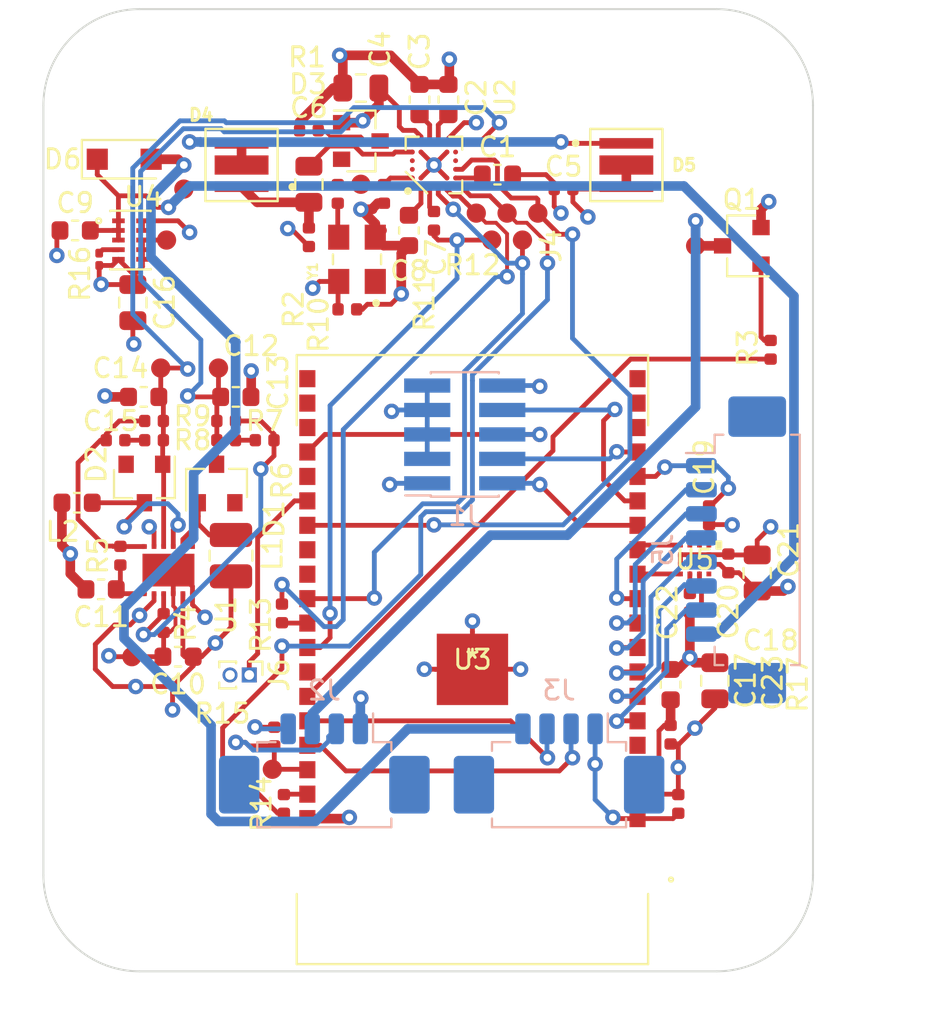
<source format=kicad_pcb>
(kicad_pcb (version 20171130) (host pcbnew "(5.1.5)-3")
  (layers (0 F.Cu signal) (1 In1.Cu signal) (2 In2.Cu signal) (31 B.Cu signal) (34 B.Paste user) (35 F.Paste user) (36 B.SilkS user) (37 F.SilkS user) (38 B.Mask user) (39 F.Mask user) (44 Edge.Cuts user))
  (net 0 "")
  (net 1 GND)
  (net 2 "Net-(C1-Pad1)")
  (net 3 "Net-(C2-Pad1)")
  (net 4 "Net-(C3-Pad1)")
  (net 5 +8.5V)
  (net 6 +3.3V)
  (net 7 "Net-(C6-Pad2)")
  (net 8 "Net-(C7-Pad2)")
  (net 9 +5V)
  (net 10 "Net-(C11-Pad1)")
  (net 11 "Net-(C13-Pad2)")
  (net 12 "Net-(C13-Pad1)")
  (net 13 -10V)
  (net 14 "Net-(C15-Pad2)")
  (net 15 "Net-(C15-Pad1)")
  (net 16 "Net-(D1-Pad2)")
  (net 17 "Net-(D2-Pad1)")
  (net 18 "Net-(D4-PadC)")
  (net 19 "Net-(D4-PadA)")
  (net 20 MTR-)
  (net 21 ENC)
  (net 22 DATA_RDY)
  (net 23 SS)
  (net 24 MISO)
  (net 25 MOSI)
  (net 26 SPICLK)
  (net 27 PWM5)
  (net 28 PWM3)
  (net 29 PWM2)
  (net 30 PWM1)
  (net 31 PWM0)
  (net 32 "Net-(Q1-Pad1)")
  (net 33 "Net-(R1-Pad2)")
  (net 34 "Net-(R3-Pad2)")
  (net 35 "Net-(R10-Pad1)")
  (net 36 "Net-(R12-Pad1)")
  (net 37 "Net-(R13-Pad2)")
  (net 38 "Net-(R14-Pad2)")
  (net 39 "Net-(U1-Pad1)")
  (net 40 "Net-(U2-Pad5)")
  (net 41 "Net-(U2-Pad4)")
  (net 42 "Net-(U2-Pad13)")
  (net 43 "Net-(U2-Pad14)")
  (net 44 "Net-(U2-Pad16)")
  (net 45 SDA)
  (net 46 SCL)
  (net 47 "Net-(U3-Pad17)")
  (net 48 "Net-(U3-Pad18)")
  (net 49 "Net-(U3-Pad28)")
  (net 50 "Net-(Y1-Pad1)")
  (net 51 "Net-(D6-Pad2)")
  (net 52 "Net-(C22-Pad2)")
  (net 53 "Net-(C23-Pad1)")
  (net 54 TDI)
  (net 55 TDO)
  (net 56 TCLK)
  (net 57 TMS)
  (net 58 RX)
  (net 59 TX)
  (net 60 PWM4)
  (net 61 "Net-(J6-Pad1)")
  (net 62 "Net-(R10-Pad2)")
  (net 63 "Net-(U3-Pad4)")
  (net 64 "Net-(U3-Pad19)")
  (net 65 "Net-(U3-Pad20)")
  (net 66 "Net-(U3-Pad21)")
  (net 67 "Net-(U3-Pad22)")
  (net 68 "Net-(U3-Pad24)")
  (net 69 "Net-(U3-Pad27)")
  (net 70 "Net-(U3-Pad32)")
  (net 71 "Net-(U5-Pad7)")
  (net 72 "Net-(U5-Pad11)")
  (net 73 "Net-(U5-Pad12)")
  (net 74 "Net-(R16-Pad1)")
  (module Connector_PinHeader_1.00mm:PinHeader_1x02_P1.00mm_Vertical (layer F.Cu) (at 90.7 106.6 270)
    (fp_text reference J6 (at 0 -1.56 270) (layer F.SilkS))
    (fp_text value BOOT_MODE)
    (pad 2 thru_hole oval (at 0 1 270) (size 0.78 0.78) (drill 0.5) (layers *.Cu *.Mask) (net 1 GND))
    (pad 1 thru_hole rect (at 0 0 270) (size 0.78 0.78) (drill 0.5) (layers *.Cu *.Mask) (net 61 "Net-(J6-Pad1)"))
  )
  (module "EPC611 LIDAR:LSM303AGRTR" (layer F.Cu) (at 113.85 100.6)
    (fp_text reference U5 (at 0 0) (layer F.SilkS))
    (fp_text value LSM303AGRTR)
    (pad 1 smd rect (at -0.7388 -0.750189 90) (size 0.25 0.25) (layers F.Cu F.Paste F.Mask) (net 46 SCL))
    (pad 2 smd rect (at -0.7388 -0.250063 90) (size 0.25 0.25) (layers F.Cu F.Paste F.Mask) (net 6 +3.3V))
    (pad 3 smd rect (at -0.7388 0.250063 90) (size 0.25 0.25) (layers F.Cu F.Paste F.Mask) (net 6 +3.3V))
    (pad 4 smd rect (at -0.7388 0.750189 90) (size 0.25 0.25) (layers F.Cu F.Paste F.Mask) (net 45 SDA))
    (pad 5 smd rect (at -0.25 0.75) (size 0.25 0.25) (layers F.Cu F.Paste F.Mask) (net 52 "Net-(C22-Pad2)"))
    (pad 6 smd rect (at 0.250063 0.75) (size 0.25 0.25) (layers F.Cu F.Paste F.Mask) (net 1 GND))
    (pad 7 smd rect (at 0.7388 0.750189 90) (size 0.25 0.25) (layers F.Cu F.Paste F.Mask) (net 71 "Net-(U5-Pad7)"))
    (pad 8 smd rect (at 0.7388 0.250063 90) (size 0.25 0.25) (layers F.Cu F.Paste F.Mask) (net 1 GND))
    (pad 9 smd rect (at 0.7388 -0.250063 90) (size 0.25 0.25) (layers F.Cu F.Paste F.Mask) (net 6 +3.3V))
    (pad 10 smd rect (at 0.7388 -0.750189 90) (size 0.25 0.25) (layers F.Cu F.Paste F.Mask) (net 6 +3.3V))
    (pad 11 smd rect (at 0.25 -0.75) (size 0.25 0.25) (layers F.Cu F.Paste F.Mask) (net 72 "Net-(U5-Pad11)"))
    (pad 12 smd rect (at -0.250063 -0.75) (size 0.25 0.25) (layers F.Cu F.Paste F.Mask) (net 73 "Net-(U5-Pad12)"))
  )
  (module "EPC611 LIDAR:ESP32-WROVER-IEM213EH3264UH3Q0" (layer F.Cu) (at 102.3 105.8 180)
    (fp_text reference U3 (at 0 0) (layer F.SilkS))
    (fp_text value ESP32-WROVER-IEM213EH3264UH3Q0)
    (fp_text user * (at 0 0 180) (layer F.SilkS))
    (pad 1 smd rect (at -8.5809 -8.2628 180) (size 0.8382 0.889) (layers F.Cu F.Paste F.Mask) (net 1 GND))
    (pad 2 smd rect (at -8.5809 -6.9928 180) (size 0.8382 0.889) (layers F.Cu F.Paste F.Mask) (net 6 +3.3V))
    (pad 3 smd rect (at -8.5809 -5.7228 180) (size 0.8382 0.889) (layers F.Cu F.Paste F.Mask) (net 53 "Net-(C23-Pad1)"))
    (pad 4 smd rect (at -8.5809 -4.4528 180) (size 0.8382 0.889) (layers F.Cu F.Paste F.Mask) (net 63 "Net-(U3-Pad4)"))
    (pad 5 smd rect (at -8.5809 -3.1828 180) (size 0.8382 0.889) (layers F.Cu F.Paste F.Mask) (net 27 PWM5))
    (pad 6 smd rect (at -8.5809 -1.9128 180) (size 0.8382 0.889) (layers F.Cu F.Paste F.Mask) (net 60 PWM4))
    (pad 7 smd rect (at -8.5809 -0.6428 180) (size 0.8382 0.889) (layers F.Cu F.Paste F.Mask) (net 28 PWM3))
    (pad 8 smd rect (at -8.5809 0.6272 180) (size 0.8382 0.889) (layers F.Cu F.Paste F.Mask) (net 29 PWM2))
    (pad 9 smd rect (at -8.5809 1.8972 180) (size 0.8382 0.889) (layers F.Cu F.Paste F.Mask) (net 30 PWM1))
    (pad 10 smd rect (at -8.5809 3.1672 180) (size 0.8382 0.889) (layers F.Cu F.Paste F.Mask) (net 31 PWM0))
    (pad 11 smd rect (at -8.5809 4.4372 180) (size 0.8382 0.889) (layers F.Cu F.Paste F.Mask) (net 45 SDA))
    (pad 12 smd rect (at -8.5809 5.7072 180) (size 0.8382 0.889) (layers F.Cu F.Paste F.Mask) (net 46 SCL))
    (pad 13 smd rect (at -8.5809 6.9772 180) (size 0.8382 0.889) (layers F.Cu F.Paste F.Mask) (net 57 TMS))
    (pad 14 smd rect (at -8.5809 8.2472 180) (size 0.8382 0.889) (layers F.Cu F.Paste F.Mask) (net 54 TDI))
    (pad 15 smd rect (at -8.5809 9.5172 180) (size 0.8382 0.889) (layers F.Cu F.Paste F.Mask) (net 1 GND))
    (pad 16 smd rect (at -8.5809 10.7872 180) (size 0.8382 0.889) (layers F.Cu F.Paste F.Mask) (net 56 TCLK))
    (pad 17 smd rect (at -8.5809 12.0572 180) (size 0.8382 0.889) (layers F.Cu F.Paste F.Mask) (net 47 "Net-(U3-Pad17)"))
    (pad 18 smd rect (at -8.5809 13.3272 180) (size 0.8382 0.889) (layers F.Cu F.Paste F.Mask) (net 48 "Net-(U3-Pad18)"))
    (pad 19 smd rect (at -8.5809 14.5972 180) (size 0.8382 0.889) (layers F.Cu F.Paste F.Mask) (net 64 "Net-(U3-Pad19)"))
    (pad 20 smd rect (at 8.5809 14.5972 180) (size 0.8382 0.889) (layers F.Cu F.Paste F.Mask) (net 65 "Net-(U3-Pad20)"))
    (pad 21 smd rect (at 8.5809 13.3272 180) (size 0.8382 0.889) (layers F.Cu F.Paste F.Mask) (net 66 "Net-(U3-Pad21)"))
    (pad 22 smd rect (at 8.5809 12.0572 180) (size 0.8382 0.889) (layers F.Cu F.Paste F.Mask) (net 67 "Net-(U3-Pad22)"))
    (pad 23 smd rect (at 8.5809 10.7872 180) (size 0.8382 0.889) (layers F.Cu F.Paste F.Mask) (net 55 TDO))
    (pad 24 smd rect (at 8.5809 9.5172 180) (size 0.8382 0.889) (layers F.Cu F.Paste F.Mask) (net 68 "Net-(U3-Pad24)"))
    (pad 25 smd rect (at 8.5809 8.2472 180) (size 0.8382 0.889) (layers F.Cu F.Paste F.Mask) (net 61 "Net-(J6-Pad1)"))
    (pad 26 smd rect (at 8.5809 6.9772 180) (size 0.8382 0.889) (layers F.Cu F.Paste F.Mask) (net 22 DATA_RDY))
    (pad 27 smd rect (at 8.5809 5.7072 180) (size 0.8382 0.889) (layers F.Cu F.Paste F.Mask) (net 69 "Net-(U3-Pad27)"))
    (pad 28 smd rect (at 8.5809 4.4372 180) (size 0.8382 0.889) (layers F.Cu F.Paste F.Mask) (net 49 "Net-(U3-Pad28)"))
    (pad 29 smd rect (at 8.5809 3.1672 180) (size 0.8382 0.889) (layers F.Cu F.Paste F.Mask) (net 23 SS))
    (pad 30 smd rect (at 8.5809 1.8972 180) (size 0.8382 0.889) (layers F.Cu F.Paste F.Mask) (net 37 "Net-(R13-Pad2)"))
    (pad 31 smd rect (at 8.5809 0.6272 180) (size 0.8382 0.889) (layers F.Cu F.Paste F.Mask) (net 24 MISO))
    (pad 32 smd rect (at 8.5809 -0.6428 180) (size 0.8382 0.889) (layers F.Cu F.Paste F.Mask) (net 70 "Net-(U3-Pad32)"))
    (pad 33 smd rect (at 8.5809 -1.9128 180) (size 0.8382 0.889) (layers F.Cu F.Paste F.Mask) (net 34 "Net-(R3-Pad2)"))
    (pad 34 smd rect (at 8.5809 -3.1828 180) (size 0.8382 0.889) (layers F.Cu F.Paste F.Mask) (net 58 RX))
    (pad 35 smd rect (at 8.5809 -4.4528 180) (size 0.8382 0.889) (layers F.Cu F.Paste F.Mask) (net 59 TX))
    (pad 36 smd rect (at 8.5809 -5.7228 180) (size 0.8382 0.889) (layers F.Cu F.Paste F.Mask) (net 21 ENC))
    (pad 37 smd rect (at 8.5809 -6.9928 180) (size 0.8382 0.889) (layers F.Cu F.Paste F.Mask) (net 38 "Net-(R14-Pad2)"))
    (pad 38 smd rect (at 8.5809 -8.2628 180) (size 0.8382 0.889) (layers F.Cu F.Paste F.Mask) (net 1 GND))
    (pad 39 smd rect (at 0 -0.508 180) (size 3.7084 3.7084) (layers F.Cu F.Paste F.Mask) (net 1 GND))
  )
  (module Resistor_SMD:R_0402_1005Metric (layer F.Cu) (at 112.6 109.7 90)
    (fp_text reference R17 (at 2.6 6.6 90) (layer F.SilkS))
    (fp_text value 10k)
    (pad 2 smd roundrect (at 0.485 0 90) (size 0.59 0.64) (layers F.Cu F.Paste F.Mask) (net 53 "Net-(C23-Pad1)"))
    (pad 1 smd roundrect (at -0.485 0 90) (size 0.59 0.64) (layers F.Cu F.Paste F.Mask) (net 6 +3.3V))
  )
  (module Resistor_SMD:R_0402_1005Metric (layer F.Cu) (at 92.5 113.3 90)
    (fp_text reference R14 (at 0 -1.17 90) (layer F.SilkS))
    (fp_text value 49.9)
    (pad 2 smd roundrect (at 0.485 0 90) (size 0.59 0.64) (layers F.Cu F.Paste F.Mask) (net 38 "Net-(R14-Pad2)"))
    (pad 1 smd roundrect (at -0.485 0 90) (size 0.59 0.64) (layers F.Cu F.Paste F.Mask) (net 25 MOSI))
  )
  (module Resistor_SMD:R_0402_1005Metric (layer F.Cu) (at 92.4 103.4 270)
    (fp_text reference R13 (at 0.6 1.1 90) (layer F.SilkS))
    (fp_text value 49.9)
    (pad 2 smd roundrect (at 0.485 0 270) (size 0.59 0.64) (layers F.Cu F.Paste F.Mask) (net 37 "Net-(R13-Pad2)"))
    (pad 1 smd roundrect (at -0.485 0 270) (size 0.59 0.64) (layers F.Cu F.Paste F.Mask) (net 26 SPICLK))
  )
  (module Connector_Molex:Molex_PicoBlade_53261-0871_1x08-1MP_P1.25mm_Horizontal (layer B.Cu) (at 116.6 100.1 270)
    (fp_text reference J5 (at 0 4.4 90) (layer B.SilkS) (effects (justify mirror)))
    (fp_text value "PWM Outputs")
    (pad MP smd roundrect (at 6.925 -0.5 270) (size 2.1 3) (layers B.Cu B.Paste B.Mask) (roundrect_rratio 0.119048))
    (pad MP smd roundrect (at -6.925 -0.5 270) (size 2.1 3) (layers B.Cu B.Paste B.Mask) (roundrect_rratio 0.119048))
    (pad 8 smd roundrect (at 4.375 2.4 270) (size 0.8 1.6) (layers B.Cu B.Paste B.Mask) (net 9 +5V))
    (pad 7 smd roundrect (at 3.125 2.4 270) (size 0.8 1.6) (layers B.Cu B.Paste B.Mask) (net 27 PWM5))
    (pad 6 smd roundrect (at 1.875 2.4 270) (size 0.8 1.6) (layers B.Cu B.Paste B.Mask) (net 60 PWM4))
    (pad 5 smd roundrect (at 0.625 2.4 270) (size 0.8 1.6) (layers B.Cu B.Paste B.Mask) (net 28 PWM3))
    (pad 4 smd roundrect (at -0.625 2.4 270) (size 0.8 1.6) (layers B.Cu B.Paste B.Mask) (net 29 PWM2))
    (pad 3 smd roundrect (at -1.875 2.4 270) (size 0.8 1.6) (layers B.Cu B.Paste B.Mask) (net 30 PWM1))
    (pad 2 smd roundrect (at -3.125 2.4 270) (size 0.8 1.6) (layers B.Cu B.Paste B.Mask) (net 31 PWM0))
    (pad 1 smd roundrect (at -4.375 2.4 270) (size 0.8 1.6) (layers B.Cu B.Paste B.Mask) (net 1 GND))
  )
  (module Connector_Molex:Molex_PicoBlade_53261-0471_1x04-1MP_P1.25mm_Horizontal (layer B.Cu) (at 106.8 111.8 180)
    (fp_text reference J3 (at 0 4.4) (layer B.SilkS) (effects (justify mirror)))
    (fp_text value UART)
    (pad MP smd roundrect (at 4.425 -0.5 180) (size 2.1 3) (layers B.Cu B.Paste B.Mask) (roundrect_rratio 0.119048))
    (pad MP smd roundrect (at -4.425 -0.5 180) (size 2.1 3) (layers B.Cu B.Paste B.Mask) (roundrect_rratio 0.119048))
    (pad 4 smd roundrect (at 1.875 2.4 180) (size 0.8 1.6) (layers B.Cu B.Paste B.Mask) (net 51 "Net-(D6-Pad2)"))
    (pad 3 smd roundrect (at 0.625 2.4 180) (size 0.8 1.6) (layers B.Cu B.Paste B.Mask) (net 58 RX))
    (pad 2 smd roundrect (at -0.625 2.4 180) (size 0.8 1.6) (layers B.Cu B.Paste B.Mask) (net 59 TX))
    (pad 1 smd roundrect (at -1.875 2.4 180) (size 0.8 1.6) (layers B.Cu B.Paste B.Mask) (net 1 GND))
  )
  (module Connector_PinHeader_1.27mm:PinHeader_2x05_P1.27mm_Vertical_SMD (layer B.Cu) (at 101.9 94.1)
    (fp_text reference J1 (at 0 4.235) (layer B.SilkS) (effects (justify mirror)))
    (fp_text value JTAG)
    (pad 10 smd rect (at 1.95 -2.54) (size 2.4 0.74) (layers B.Cu B.Paste B.Mask) (net 6 +3.3V))
    (pad 9 smd rect (at -1.95 -2.54) (size 2.4 0.74) (layers B.Cu B.Paste B.Mask) (net 1 GND))
    (pad 8 smd rect (at 1.95 -1.27) (size 2.4 0.74) (layers B.Cu B.Paste B.Mask) (net 54 TDI))
    (pad 7 smd rect (at -1.95 -1.27) (size 2.4 0.74) (layers B.Cu B.Paste B.Mask) (net 1 GND))
    (pad 6 smd rect (at 1.95 0) (size 2.4 0.74) (layers B.Cu B.Paste B.Mask) (net 55 TDO))
    (pad 5 smd rect (at -1.95 0) (size 2.4 0.74) (layers B.Cu B.Paste B.Mask) (net 1 GND))
    (pad 4 smd rect (at 1.95 1.27) (size 2.4 0.74) (layers B.Cu B.Paste B.Mask) (net 56 TCLK))
    (pad 3 smd rect (at -1.95 1.27) (size 2.4 0.74) (layers B.Cu B.Paste B.Mask) (net 1 GND))
    (pad 2 smd rect (at 1.95 2.54) (size 2.4 0.74) (layers B.Cu B.Paste B.Mask) (net 57 TMS))
    (pad 1 smd rect (at -1.95 2.54) (size 2.4 0.74) (layers B.Cu B.Paste B.Mask) (net 6 +3.3V))
  )
  (module Capacitor_SMD:C_0603_1608Metric (layer F.Cu) (at 112.6 107.1 90)
    (fp_text reference C23 (at 0.1 5.3 90) (layer F.SilkS))
    (fp_text value 1u)
    (pad 2 smd roundrect (at 0.7875 0 90) (size 0.875 0.95) (layers F.Cu F.Paste F.Mask) (net 1 GND))
    (pad 1 smd roundrect (at -0.7875 0 90) (size 0.875 0.95) (layers F.Cu F.Paste F.Mask) (net 53 "Net-(C23-Pad1)"))
  )
  (module Capacitor_SMD:C_0402_1005Metric (layer F.Cu) (at 113 113.3 270)
    (fp_text reference C18 (at -8.5 -4.8 180) (layer F.SilkS))
    (fp_text value 100n)
    (pad 2 smd roundrect (at 0.485 0 270) (size 0.59 0.64) (layers F.Cu F.Paste F.Mask) (net 1 GND))
    (pad 1 smd roundrect (at -0.485 0 270) (size 0.59 0.64) (layers F.Cu F.Paste F.Mask) (net 6 +3.3V))
  )
  (module Capacitor_SMD:C_0805_2012Metric (layer F.Cu) (at 114.9 106.9 90)
    (fp_text reference C17 (at 0 1.6 90) (layer F.SilkS))
    (fp_text value 22u)
    (pad 2 smd roundrect (at 0.9375 0 90) (size 0.975 1.4) (layers F.Cu F.Paste F.Mask) (net 1 GND))
    (pad 1 smd roundrect (at -0.9375 0 90) (size 0.975 1.4) (layers F.Cu F.Paste F.Mask) (net 6 +3.3V))
  )
  (module Diode_SMD:D_SOD-123F (layer F.Cu) (at 84.2 79.8)
    (fp_text reference D6 (at -3.2 0) (layer F.SilkS))
    (fp_text value DSS14UTR)
    (pad 2 smd rect (at 1.4 0) (size 1.1 1.1) (layers F.Cu F.Paste F.Mask) (net 51 "Net-(D6-Pad2)"))
    (pad 1 smd rect (at -1.4 0) (size 1.1 1.1) (layers F.Cu F.Paste F.Mask) (net 9 +5V))
  )
  (module Resistor_SMD:R_0201_0603Metric (layer F.Cu) (at 82.9 85 270)
    (fp_text reference R16 (at 0.75 1 90) (layer F.SilkS))
    (fp_text value 100k)
    (pad 2 smd roundrect (at 0.32 0 270) (size 0.46 0.4) (layers F.Cu F.Mask) (net 6 +3.3V))
    (pad 1 smd roundrect (at -0.32 0 270) (size 0.46 0.4) (layers F.Cu F.Mask) (net 74 "Net-(R16-Pad1)"))
  )
  (module "EPC611 LIDAR:test point" (layer F.Cu) (at 83 105.65 270)
    (fp_text reference TP8)
    (fp_text value Conn_01x01)
    (pad 1 smd circle (at 0 -1.6 270) (size 1 1) (layers F.Cu F.Paste F.Mask) (net 1 GND))
  )
  (module "EPC611 LIDAR:OSC_ECS-2333-040-BN-TR" (layer F.Cu) (at 96.3 85 90)
    (fp_text reference Y1 (at -0.609668 -2.301325 90) (layer F.SilkS) (effects (font (size 0.480527 0.480527))))
    (fp_text value ECS-2333-040-BN-TR)
    (pad 4 smd rect (at -1.15 -0.95 90) (size 1.3 1.1) (layers F.Cu F.Paste F.Mask) (net 6 +3.3V))
    (pad 3 smd rect (at 1.15 -0.95 90) (size 1.3 1.1) (layers F.Cu F.Paste F.Mask) (net 62 "Net-(R10-Pad2)"))
    (pad 2 smd rect (at 1.15 0.95 90) (size 1.3 1.1) (layers F.Cu F.Paste F.Mask) (net 1 GND))
    (pad 1 smd rect (at -1.15 0.95 90) (size 1.3 1.1) (layers F.Cu F.Paste F.Mask) (net 50 "Net-(Y1-Pad1)"))
  )
  (module "EPC611 LIDAR:TPSM828214SILR" (layer F.Cu) (at 84.525 84.000001)
    (fp_text reference U4 (at 0.675 -2.250001) (layer F.SilkS))
    (fp_text value TPSM828214SILR)
    (pad 1 smd rect (at -0.625 -1.000001) (size 0.650001 0.249999) (layers F.Cu F.Paste F.Mask) (net 9 +5V))
    (pad 2 smd rect (at -0.625 -0.499999) (size 0.650001 0.249999) (layers F.Cu F.Paste F.Mask) (net 9 +5V))
    (pad 3 smd rect (at -0.625 0) (size 0.650001 0.249999) (layers F.Cu F.Paste F.Mask) (net 9 +5V))
    (pad 4 smd rect (at -0.625 0.499999) (size 0.650001 0.249999) (layers F.Cu F.Paste F.Mask) (net 74 "Net-(R16-Pad1)"))
    (pad 5 smd rect (at -0.625 1.000001) (size 0.650001 0.249999) (layers F.Cu F.Paste F.Mask) (net 6 +3.3V))
    (pad 6 smd rect (at 0.625 1.000001) (size 0.650001 0.249999) (layers F.Cu F.Paste F.Mask) (net 6 +3.3V))
    (pad 7 smd rect (at 0.625 0.499999) (size 0.650001 0.249999) (layers F.Cu F.Paste F.Mask) (net 6 +3.3V))
    (pad 8 smd rect (at 0.625 0) (size 0.650001 0.249999) (layers F.Cu F.Paste F.Mask) (net 6 +3.3V))
    (pad 9 smd rect (at 0.625 -0.499999) (size 0.650001 0.249999) (layers F.Cu F.Paste F.Mask) (net 1 GND))
    (pad 10 smd rect (at 0.625 -1.000001) (size 0.650001 0.249999) (layers F.Cu F.Paste F.Mask) (net 1 GND))
  )
  (module "EPC611 LIDAR:EPC611" (layer F.Cu) (at 100.3 80.1 90)
    (fp_text reference U2 (at 3.5 3.7 90) (layer F.SilkS))
    (fp_text value EPC611)
    (pad 6 smd circle (at 1.125 1.125 90) (size 0.25 0.25) (layers F.Cu F.Paste F.Mask) (net 13 -10V))
    (pad 7 smd circle (at 1.125 0.675 90) (size 0.25 0.25) (layers F.Cu F.Paste F.Mask) (net 6 +3.3V))
    (pad 8 smd circle (at 1.125 0.225 90) (size 0.25 0.25) (layers F.Cu F.Paste F.Mask) (net 3 "Net-(C2-Pad1)"))
    (pad 9 smd circle (at 1.125 -0.225 90) (size 0.25 0.25) (layers F.Cu F.Paste F.Mask) (net 4 "Net-(C3-Pad1)"))
    (pad 10 smd circle (at 1.125 -0.675 90) (size 0.25 0.25) (layers F.Cu F.Paste F.Mask) (net 5 +8.5V))
    (pad 11 smd circle (at 1.125 -1.125 90) (size 0.25 0.25) (layers F.Cu F.Paste F.Mask) (net 7 "Net-(C6-Pad2)"))
    (pad 5 smd circle (at 0.675 1.125 90) (size 0.25 0.25) (layers F.Cu F.Paste F.Mask) (net 40 "Net-(U2-Pad5)"))
    (pad 22 smd circle (at 0.675 0.675 90) (size 0.25 0.25) (layers F.Cu F.Paste F.Mask) (net 1 GND))
    (pad 23 smd circle (at 0.675 -0.675 90) (size 0.25 0.25) (layers F.Cu F.Paste F.Mask) (net 1 GND))
    (pad 12 smd circle (at 0.675 -1.125 90) (size 0.25 0.25) (layers F.Cu F.Paste F.Mask) (net 33 "Net-(R1-Pad2)"))
    (pad 4 smd circle (at 0.225 1.125 90) (size 0.25 0.25) (layers F.Cu F.Paste F.Mask) (net 41 "Net-(U2-Pad4)"))
    (pad 13 smd circle (at 0.225 -1.125 90) (size 0.25 0.25) (layers F.Cu F.Paste F.Mask) (net 42 "Net-(U2-Pad13)"))
    (pad 3 smd circle (at -0.225 1.125 90) (size 0.25 0.25) (layers F.Cu F.Paste F.Mask) (net 22 DATA_RDY))
    (pad 14 smd circle (at -0.225 -1.125 90) (size 0.25 0.25) (layers F.Cu F.Paste F.Mask) (net 43 "Net-(U2-Pad14)"))
    (pad 2 smd circle (at -0.675 1.125 90) (size 0.25 0.25) (layers F.Cu F.Paste F.Mask) (net 2 "Net-(C1-Pad1)"))
    (pad 21 smd circle (at -0.675 0.675 90) (size 0.25 0.25) (layers F.Cu F.Paste F.Mask) (net 1 GND))
    (pad 24 smd circle (at -0.675 -0.675 90) (size 0.25 0.25) (layers F.Cu F.Paste F.Mask) (net 1 GND))
    (pad 15 smd circle (at -0.675 -1.125 90) (size 0.25 0.25) (layers F.Cu F.Paste F.Mask) (net 35 "Net-(R10-Pad1)"))
    (pad 1 smd circle (at -1.125 1.125 90) (size 0.25 0.25) (layers F.Cu F.Paste F.Mask) (net 25 MOSI))
    (pad 20 smd circle (at -1.125 0.675 90) (size 0.25 0.25) (layers F.Cu F.Paste F.Mask) (net 26 SPICLK))
    (pad 19 smd circle (at -1.125 0.225 90) (size 0.25 0.25) (layers F.Cu F.Paste F.Mask) (net 23 SS))
    (pad 18 smd circle (at -1.125 -0.225 90) (size 0.25 0.25) (layers F.Cu F.Paste F.Mask) (net 36 "Net-(R12-Pad1)"))
    (pad 17 smd circle (at -1.125 -0.675 90) (size 0.25 0.25) (layers F.Cu F.Paste F.Mask) (net 8 "Net-(C7-Pad2)"))
    (pad 16 smd circle (at -1.125 -1.125 90) (size 0.25 0.25) (layers F.Cu F.Paste F.Mask) (net 44 "Net-(U2-Pad16)"))
  )
  (module "EPC611 LIDAR:R1283x" (layer F.Cu) (at 86.5 101.15 270)
    (fp_text reference U1 (at 2.35 -3 270) (layer F.SilkS))
    (fp_text value R1283K001C)
    (pad 7 smd rect (at 1.225 1.25 270) (size 0.25 0.25) (layers F.Cu F.Paste F.Mask) (net 10 "Net-(C11-Pad1)"))
    (pad 6 smd rect (at -1.225 1.25 270) (size 0.25 0.25) (layers F.Cu F.Paste F.Mask) (net 14 "Net-(C15-Pad2)"))
    (pad 10 smd rect (at 0 0 270) (size 1.7 2.7) (layers F.Cu F.Paste F.Mask) (net 1 GND))
    (pad 12 smd rect (at 1.225 -1.25 270) (size 0.25 0.25) (layers F.Cu F.Paste F.Mask) (net 1 GND))
    (pad 11 smd rect (at 1.225 -0.75 270) (size 0.25 0.25) (layers F.Cu F.Paste F.Mask) (net 6 +3.3V))
    (pad 10 smd rect (at 1.225 -0.25 270) (size 0.25 0.25) (layers F.Cu F.Paste F.Mask) (net 1 GND))
    (pad 9 smd rect (at 1.225 0.25 270) (size 0.25 0.25) (layers F.Cu F.Paste F.Mask) (net 12 "Net-(C13-Pad1)"))
    (pad 8 smd rect (at 1.225 0.75 270) (size 0.25 0.25) (layers F.Cu F.Paste F.Mask) (net 6 +3.3V))
    (pad 5 smd rect (at -1.225 0.75 270) (size 0.25 0.25) (layers F.Cu F.Paste F.Mask) (net 6 +3.3V))
    (pad 4 smd rect (at -1.225 0.25 270) (size 0.25 0.25) (layers F.Cu F.Paste F.Mask) (net 13 -10V))
    (pad 3 smd rect (at -1.225 -0.25 270) (size 0.25 0.25) (layers F.Cu F.Paste F.Mask) (net 17 "Net-(D2-Pad1)"))
    (pad 2 smd rect (at -1.225 -0.75 270) (size 0.25 0.25) (layers F.Cu F.Paste F.Mask) (net 16 "Net-(D1-Pad2)"))
    (pad 1 smd rect (at -1.225 -1.25 270) (size 0.25 0.25) (layers F.Cu F.Paste F.Mask) (net 39 "Net-(U1-Pad1)"))
  )
  (module "EPC611 LIDAR:test point" (layer F.Cu) (at 91.9 113.1)
    (fp_text reference TP7)
    (fp_text value Conn_01x01)
    (pad 1 smd circle (at 0 -1.6) (size 1 1) (layers F.Cu F.Paste F.Mask) (net 21 ENC))
  )
  (module "EPC611 LIDAR:test point" (layer F.Cu) (at 113.9 85.9)
    (fp_text reference TP6)
    (fp_text value Conn_01x01)
    (pad 1 smd circle (at 0 -1.6) (size 1 1) (layers F.Cu F.Paste F.Mask) (net 20 MTR-))
  )
  (module "EPC611 LIDAR:test point" (layer F.Cu) (at 88.9 81.35 90)
    (fp_text reference TP5)
    (fp_text value Conn_01x01)
    (pad 1 smd circle (at 0 -1.6 90) (size 1 1) (layers F.Cu F.Paste F.Mask) (net 18 "Net-(D4-PadC)"))
  )
  (module "EPC611 LIDAR:test point" (layer F.Cu) (at 96.5 82.7)
    (fp_text reference TP4)
    (fp_text value Conn_01x01)
    (pad 1 smd circle (at 0 -1.6) (size 1 1) (layers F.Cu F.Paste F.Mask) (net 35 "Net-(R10-Pad1)"))
  )
  (module "EPC611 LIDAR:test point" (layer F.Cu) (at 86.4 85.6)
    (fp_text reference TP3)
    (fp_text value Conn_01x01)
    (pad 1 smd circle (at 0 -1.6) (size 1 1) (layers F.Cu F.Paste F.Mask) (net 6 +3.3V))
  )
  (module "EPC611 LIDAR:test point" (layer F.Cu) (at 87.5 90.65 270)
    (fp_text reference TP2)
    (fp_text value Conn_01x01)
    (pad 1 smd circle (at 0 -1.6 270) (size 1 1) (layers F.Cu F.Paste F.Mask) (net 5 +8.5V))
  )
  (module "EPC611 LIDAR:test point" (layer F.Cu) (at 84.5 90.65 270)
    (fp_text reference TP1)
    (fp_text value Conn_01x01)
    (pad 1 smd circle (at 0 -1.6 270) (size 1 1) (layers F.Cu F.Paste F.Mask) (net 13 -10V))
  )
  (module Resistor_SMD:R_0402_1005Metric (layer F.Cu) (at 92 109.8 270)
    (fp_text reference R15 (at -1.2 2.7 180) (layer F.SilkS))
    (fp_text value 10k)
    (pad 2 smd roundrect (at 0.485 0 270) (size 0.59 0.64) (layers F.Cu F.Paste F.Mask) (net 21 ENC))
    (pad 1 smd roundrect (at -0.485 0 270) (size 0.59 0.64) (layers F.Cu F.Paste F.Mask) (net 6 +3.3V))
  )
  (module Resistor_SMD:R_0402_1005Metric (layer F.Cu) (at 100.3 83 270)
    (fp_text reference R12 (at 2.3 -2 180) (layer F.SilkS))
    (fp_text value 49.9)
    (pad 2 smd roundrect (at 0.485 0 270) (size 0.59 0.64) (layers F.Cu F.Paste F.Mask) (net 24 MISO))
    (pad 1 smd roundrect (at -0.485 0 270) (size 0.59 0.64) (layers F.Cu F.Paste F.Mask) (net 36 "Net-(R12-Pad1)"))
  )
  (module Resistor_SMD:R_0402_1005Metric (layer F.Cu) (at 97.7 81.6 90)
    (fp_text reference R11 (at -5.7 2.1 90) (layer F.SilkS))
    (fp_text value 1k2)
    (pad 2 smd roundrect (at 0.485 0 90) (size 0.59 0.64) (layers F.Cu F.Paste F.Mask) (net 35 "Net-(R10-Pad1)"))
    (pad 1 smd roundrect (at -0.485 0 90) (size 0.59 0.64) (layers F.Cu F.Paste F.Mask) (net 1 GND))
  )
  (module Resistor_SMD:R_0402_1005Metric (layer F.Cu) (at 95.3 81.6 270)
    (fp_text reference R10 (at 6.8 1 90) (layer F.SilkS))
    (fp_text value 1k)
    (pad 2 smd roundrect (at 0.485 0 270) (size 0.59 0.64) (layers F.Cu F.Paste F.Mask) (net 62 "Net-(R10-Pad2)"))
    (pad 1 smd roundrect (at -0.485 0 270) (size 0.59 0.64) (layers F.Cu F.Paste F.Mask) (net 35 "Net-(R10-Pad1)"))
  )
  (module Resistor_SMD:R_0402_1005Metric (layer F.Cu) (at 85.75 93.4 180)
    (fp_text reference R9 (at -2 0.25) (layer F.SilkS))
    (fp_text value 83k)
    (pad 2 smd roundrect (at 0.485 0 180) (size 0.59 0.64) (layers F.Cu F.Paste F.Mask) (net 14 "Net-(C15-Pad2)"))
    (pad 1 smd roundrect (at -0.485 0 180) (size 0.59 0.64) (layers F.Cu F.Paste F.Mask) (net 13 -10V))
  )
  (module Resistor_SMD:R_0402_1005Metric (layer F.Cu) (at 85.75 94.4 180)
    (fp_text reference R8 (at -2 0) (layer F.SilkS))
    (fp_text value 1k)
    (pad 2 smd roundrect (at 0.485 0 180) (size 0.59 0.64) (layers F.Cu F.Paste F.Mask) (net 15 "Net-(C15-Pad1)"))
    (pad 1 smd roundrect (at -0.485 0 180) (size 0.59 0.64) (layers F.Cu F.Paste F.Mask) (net 13 -10V))
  )
  (module Resistor_SMD:R_0402_1005Metric (layer F.Cu) (at 89.5 93.4 180)
    (fp_text reference R7 (at -2 0) (layer F.SilkS))
    (fp_text value 75k)
    (pad 2 smd roundrect (at 0.485 0 180) (size 0.59 0.64) (layers F.Cu F.Paste F.Mask) (net 5 +8.5V))
    (pad 1 smd roundrect (at -0.485 0 180) (size 0.59 0.64) (layers F.Cu F.Paste F.Mask) (net 12 "Net-(C13-Pad1)"))
  )
  (module Resistor_SMD:R_0402_1005Metric (layer F.Cu) (at 89.5 94.4 180)
    (fp_text reference R6 (at -2.9 -2.1 90) (layer F.SilkS))
    (fp_text value 1k)
    (pad 2 smd roundrect (at 0.485 0 180) (size 0.59 0.64) (layers F.Cu F.Paste F.Mask) (net 5 +8.5V))
    (pad 1 smd roundrect (at -0.485 0 180) (size 0.59 0.64) (layers F.Cu F.Paste F.Mask) (net 11 "Net-(C13-Pad2)"))
  )
  (module Resistor_SMD:R_0402_1005Metric (layer F.Cu) (at 84 100.4 90)
    (fp_text reference R5 (at 0 -1.17 90) (layer F.SilkS))
    (fp_text value 10k)
    (pad 2 smd roundrect (at 0.485 0 90) (size 0.59 0.64) (layers F.Cu F.Paste F.Mask) (net 14 "Net-(C15-Pad2)"))
    (pad 1 smd roundrect (at -0.485 0 90) (size 0.59 0.64) (layers F.Cu F.Paste F.Mask) (net 10 "Net-(C11-Pad1)"))
  )
  (module Resistor_SMD:R_0402_1005Metric (layer F.Cu) (at 86.25 103.9 90)
    (fp_text reference R4 (at 0 1.15 90) (layer F.SilkS))
    (fp_text value 10k)
    (pad 2 smd roundrect (at 0.485 0 90) (size 0.59 0.64) (layers F.Cu F.Paste F.Mask) (net 12 "Net-(C13-Pad1)"))
    (pad 1 smd roundrect (at -0.485 0 90) (size 0.59 0.64) (layers F.Cu F.Paste F.Mask) (net 1 GND))
  )
  (module Resistor_SMD:R_0402_1005Metric (layer F.Cu) (at 117.8 89.7 270)
    (fp_text reference R3 (at -0.1 1.2 90) (layer F.SilkS))
    (fp_text value 1k)
    (pad 2 smd roundrect (at 0.485 0 270) (size 0.59 0.64) (layers F.Cu F.Paste F.Mask) (net 34 "Net-(R3-Pad2)"))
    (pad 1 smd roundrect (at -0.485 0 270) (size 0.59 0.64) (layers F.Cu F.Paste F.Mask) (net 32 "Net-(Q1-Pad1)"))
  )
  (module Resistor_SMD:R_0402_1005Metric (layer F.Cu) (at 93.8 83.85 90)
    (fp_text reference R2 (at -3.75 -0.8 90) (layer F.SilkS))
    (fp_text value 3k3)
    (pad 2 smd roundrect (at 0.485 0 90) (size 0.59 0.64) (layers F.Cu F.Paste F.Mask) (net 18 "Net-(D4-PadC)"))
    (pad 1 smd roundrect (at -0.485 0 90) (size 0.59 0.64) (layers F.Cu F.Paste F.Mask) (net 1 GND))
  )
  (module Resistor_SMD:R_0805_2012Metric (layer F.Cu) (at 93.8 81.1 90)
    (fp_text reference R1 (at 6.6 -0.1 180) (layer F.SilkS))
    (fp_text value 1)
    (pad 2 smd roundrect (at 0.9375 0 90) (size 0.975 1.4) (layers F.Cu F.Paste F.Mask) (net 33 "Net-(R1-Pad2)"))
    (pad 1 smd roundrect (at -0.9375 0 90) (size 0.975 1.4) (layers F.Cu F.Paste F.Mask) (net 18 "Net-(D4-PadC)"))
  )
  (module Package_TO_SOT_SMD:SOT-23 (layer F.Cu) (at 116.3 84.3 180)
    (fp_text reference Q1 (at 0 2.4) (layer F.SilkS))
    (fp_text value 2N7002P)
    (pad 3 smd rect (at 1 0 180) (size 0.9 0.8) (layers F.Cu F.Paste F.Mask) (net 20 MTR-))
    (pad 2 smd rect (at -1 0.95 180) (size 0.9 0.8) (layers F.Cu F.Paste F.Mask) (net 1 GND))
    (pad 1 smd rect (at -1 -0.95 180) (size 0.9 0.8) (layers F.Cu F.Paste F.Mask) (net 32 "Net-(Q1-Pad1)"))
  )
  (module Inductor_SMD:L_0603_1608Metric (layer F.Cu) (at 81.75 97.65 180)
    (fp_text reference L2 (at 0.75 -1.5) (layer F.SilkS))
    (fp_text value 1u)
    (pad 2 smd roundrect (at 0.7875 0 180) (size 0.875 0.95) (layers F.Cu F.Paste F.Mask) (net 1 GND))
    (pad 1 smd roundrect (at -0.7875 0 180) (size 0.875 0.95) (layers F.Cu F.Paste F.Mask) (net 17 "Net-(D2-Pad1)"))
  )
  (module Inductor_SMD:L_1008_2520Metric (layer F.Cu) (at 89.75 100.4 90)
    (fp_text reference L1 (at 0.1 2.15 90) (layer F.SilkS))
    (fp_text value 33u)
    (pad 2 smd roundrect (at 1.075 0 90) (size 1.25 2.2) (layers F.Cu F.Paste F.Mask) (roundrect_rratio 0.2) (net 16 "Net-(D1-Pad2)"))
    (pad 1 smd roundrect (at -1.075 0 90) (size 1.25 2.2) (layers F.Cu F.Paste F.Mask) (roundrect_rratio 0.2) (net 6 +3.3V))
  )
  (module "EPC611 LIDAR:spi line debug" (layer F.Cu) (at 100.9 82.6 270)
    (fp_text reference J4 (at 1.7 -5.5 90) (layer F.SilkS))
    (fp_text value "SPI breakout")
    (pad 5 smd circle (at 0 -4.8 270) (size 1 1) (layers F.Cu F.Paste F.Mask) (net 22 DATA_RDY))
    (pad 4 smd circle (at 1.4 -4 270) (size 1 1) (layers F.Cu F.Paste F.Mask) (net 23 SS))
    (pad 2 smd circle (at 1.4 -2.4 270) (size 1 1) (layers F.Cu F.Paste F.Mask) (net 24 MISO))
    (pad 3 smd circle (at 0 -3.2 270) (size 1 1) (layers F.Cu F.Paste F.Mask) (net 25 MOSI))
    (pad 1 smd circle (at 0 -1.6 270) (size 1 1) (layers F.Cu F.Paste F.Mask) (net 26 SPICLK))
  )
  (module Connector_Molex:Molex_PicoBlade_53261-0471_1x04-1MP_P1.25mm_Horizontal (layer B.Cu) (at 94.6 111.8 180)
    (fp_text reference J2 (at 0 4.4 180) (layer B.SilkS) (effects (justify mirror)))
    (fp_text value Encoder)
    (pad MP smd roundrect (at 4.425 -0.5 180) (size 2.1 3) (layers B.Cu B.Paste B.Mask) (roundrect_rratio 0.119048))
    (pad MP smd roundrect (at -4.425 -0.5 180) (size 2.1 3) (layers B.Cu B.Paste B.Mask) (roundrect_rratio 0.119048))
    (pad 4 smd roundrect (at 1.875 2.4 180) (size 0.8 1.6) (layers B.Cu B.Paste B.Mask) (net 6 +3.3V))
    (pad 3 smd roundrect (at 0.625 2.4 180) (size 0.8 1.6) (layers B.Cu B.Paste B.Mask) (net 20 MTR-))
    (pad 2 smd roundrect (at -0.625 2.4 180) (size 0.8 1.6) (layers B.Cu B.Paste B.Mask) (net 21 ENC))
    (pad 1 smd roundrect (at -1.875 2.4 180) (size 0.8 1.6) (layers B.Cu B.Paste B.Mask) (net 1 GND))
  )
  (module MountingHole:MountingHole_3.2mm_M3 (layer F.Cu) (at 117 75)
    (fp_text reference H8)
    (fp_text value MH)
    (pad 1 np_thru_hole circle (at 0 0) (size 3.2 3.2) (drill 3.2) (layers *.Cu *.Mask))
  )
  (module MountingHole:MountingHole_3.2mm_M3 (layer F.Cu) (at 83 75)
    (fp_text reference H7)
    (fp_text value MH)
    (pad 1 np_thru_hole circle (at 0 0) (size 3.2 3.2) (drill 3.2) (layers *.Cu *.Mask))
  )
  (module MountingHole:MountingHole_3.2mm_M3 (layer F.Cu) (at 83 119)
    (fp_text reference H6)
    (fp_text value MH)
    (pad 1 np_thru_hole circle (at 0 0) (size 3.2 3.2) (drill 3.2) (layers *.Cu *.Mask))
  )
  (module MountingHole:MountingHole_3.2mm_M3 (layer F.Cu) (at 117 119)
    (fp_text reference H5)
    (fp_text value MH)
    (pad 1 np_thru_hole circle (at 0 0) (size 3.2 3.2) (drill 3.2) (layers *.Cu *.Mask))
  )
  (module MountingHole:MountingHole_2.2mm_M2 (layer F.Cu) (at 110.3 85.1)
    (fp_text reference H4)
    (fp_text value MH_R_2)
    (pad 1 np_thru_hole circle (at 0 0) (size 2.2 2.2) (drill 2.2) (layers *.Cu *.Mask))
  )
  (module MountingHole:MountingHole_2.2mm_M2 (layer F.Cu) (at 110.3 75.1)
    (fp_text reference H3)
    (fp_text value MH_R_1)
    (pad 1 np_thru_hole circle (at 0 0) (size 2.2 2.2) (drill 2.2) (layers *.Cu *.Mask))
  )
  (module MountingHole:MountingHole_2.2mm_M2 (layer F.Cu) (at 90.3 85.1)
    (fp_text reference H2)
    (fp_text value MH_L_2)
    (pad 1 np_thru_hole circle (at 0 0) (size 2.2 2.2) (drill 2.2) (layers *.Cu *.Mask))
  )
  (module MountingHole:MountingHole_2.2mm_M2 (layer F.Cu) (at 90.3 75.1)
    (fp_text reference H1)
    (fp_text value MH_L_1)
    (pad 1 np_thru_hole circle (at 0 0) (size 2.2 2.2) (drill 2.2) (layers *.Cu *.Mask))
  )
  (module "EPC611 LIDAR:LED_SFH_4718A" (layer F.Cu) (at 110.3 80.1)
    (fp_text reference D5 (at 3 0) (layer F.SilkS) (effects (font (size 0.629921 0.629921))))
    (fp_text value SFH_4718A)
    (pad C smd rect (at 0 -1.125) (size 2.8 0.55) (layers F.Cu) (net 19 "Net-(D4-PadA)"))
    (pad A smd rect (at 0 1.125) (size 2.8 0.55) (layers F.Cu) (net 6 +3.3V))
    (pad A smd rect (at 0 0) (size 2.8 1) (layers F.Cu) (net 6 +3.3V))
  )
  (module "EPC611 LIDAR:LED_SFH_4718A" (layer F.Cu) (at 90.3 80.1 180)
    (fp_text reference D4 (at 2.1 2.6) (layer F.SilkS) (effects (font (size 0.629921 0.629921))))
    (fp_text value SFH_4718A)
    (pad C smd rect (at 0 -1.125 180) (size 2.8 0.55) (layers F.Cu) (net 18 "Net-(D4-PadC)"))
    (pad A smd rect (at 0 1.125 180) (size 2.8 0.55) (layers F.Cu) (net 19 "Net-(D4-PadA)"))
    (pad A smd rect (at 0 0 180) (size 2.8 1) (layers F.Cu) (net 19 "Net-(D4-PadA)"))
  )
  (module Diode_SMD:D_SOT-23_ANK (layer F.Cu) (at 96.5 78.85)
    (fp_text reference D3 (at -2.75 -2.95 180) (layer F.SilkS))
    (fp_text value BAS40)
    (pad 1 smd rect (at 1 0) (size 0.9 0.8) (layers F.Cu F.Paste F.Mask) (net 7 "Net-(C6-Pad2)"))
    (pad "" smd rect (at -1 0.95) (size 0.9 0.8) (layers F.Cu F.Paste F.Mask))
    (pad 2 smd rect (at -1 -0.95) (size 0.9 0.8) (layers F.Cu F.Paste F.Mask) (net 5 +8.5V))
  )
  (module Diode_SMD:D_SOT-23_ANK (layer F.Cu) (at 85.25 96.65 270)
    (fp_text reference D2 (at -1 2.5 90) (layer F.SilkS))
    (fp_text value BAS40)
    (pad 1 smd rect (at 1 0 270) (size 0.9 0.8) (layers F.Cu F.Paste F.Mask) (net 17 "Net-(D2-Pad1)"))
    (pad "" smd rect (at -1 0.95 270) (size 0.9 0.8) (layers F.Cu F.Paste F.Mask))
    (pad 2 smd rect (at -1 -0.95 270) (size 0.9 0.8) (layers F.Cu F.Paste F.Mask) (net 13 -10V))
  )
  (module Diode_SMD:D_SOT-23_ANK (layer F.Cu) (at 89 96.65 90)
    (fp_text reference D1 (at -1.85 3 90) (layer F.SilkS))
    (fp_text value BAS40)
    (pad 1 smd rect (at 1 0 90) (size 0.9 0.8) (layers F.Cu F.Paste F.Mask) (net 5 +8.5V))
    (pad "" smd rect (at -1 0.95 90) (size 0.9 0.8) (layers F.Cu F.Paste F.Mask))
    (pad 2 smd rect (at -1 -0.95 90) (size 0.9 0.8) (layers F.Cu F.Paste F.Mask) (net 16 "Net-(D1-Pad2)"))
  )
  (module Capacitor_SMD:C_0402_1005Metric (layer F.Cu) (at 113.6 102.85 90)
    (fp_text reference C22 (at -0.5 -1.17 90) (layer F.SilkS))
    (fp_text value 220n)
    (pad 2 smd roundrect (at 0.485 0 90) (size 0.59 0.64) (layers F.Cu F.Paste F.Mask) (net 52 "Net-(C22-Pad2)"))
    (pad 1 smd roundrect (at -0.485 0 90) (size 0.59 0.64) (layers F.Cu F.Paste F.Mask) (net 1 GND))
  )
  (module Capacitor_SMD:C_0805_2012Metric (layer F.Cu) (at 117.1 101.3 270)
    (fp_text reference C21 (at -1.2 -1.65 90) (layer F.SilkS))
    (fp_text value 10u)
    (pad 2 smd roundrect (at 0.9375 0 270) (size 0.975 1.4) (layers F.Cu F.Paste F.Mask) (net 1 GND))
    (pad 1 smd roundrect (at -0.9375 0 270) (size 0.975 1.4) (layers F.Cu F.Paste F.Mask) (net 6 +3.3V))
  )
  (module Capacitor_SMD:C_0402_1005Metric (layer F.Cu) (at 115.6 100.8 270)
    (fp_text reference C20 (at 2.5 0 90) (layer F.SilkS))
    (fp_text value 100n)
    (pad 2 smd roundrect (at 0.485 0 270) (size 0.59 0.64) (layers F.Cu F.Paste F.Mask) (net 1 GND))
    (pad 1 smd roundrect (at -0.485 0 270) (size 0.59 0.64) (layers F.Cu F.Paste F.Mask) (net 6 +3.3V))
  )
  (module Capacitor_SMD:C_0402_1005Metric (layer F.Cu) (at 114.6 98.3 90)
    (fp_text reference C19 (at 2.5 -0.25 90) (layer F.SilkS))
    (fp_text value 100n)
    (pad 2 smd roundrect (at 0.485 0 90) (size 0.59 0.64) (layers F.Cu F.Paste F.Mask) (net 1 GND))
    (pad 1 smd roundrect (at -0.485 0 90) (size 0.59 0.64) (layers F.Cu F.Paste F.Mask) (net 6 +3.3V))
  )
  (module Capacitor_SMD:C_0805_2012Metric (layer F.Cu) (at 84.65 87.25 270)
    (fp_text reference C16 (at 0 -1.65 90) (layer F.SilkS))
    (fp_text value 22u)
    (pad 2 smd roundrect (at 0.9375 0 270) (size 0.975 1.4) (layers F.Cu F.Paste F.Mask) (net 1 GND))
    (pad 1 smd roundrect (at -0.9375 0 270) (size 0.975 1.4) (layers F.Cu F.Paste F.Mask) (net 6 +3.3V))
  )
  (module Capacitor_SMD:C_0402_1005Metric (layer F.Cu) (at 83.75 94.4 180)
    (fp_text reference C15 (at 0.25 1) (layer F.SilkS))
    (fp_text value 26p)
    (pad 2 smd roundrect (at 0.485 0 180) (size 0.59 0.64) (layers F.Cu F.Paste F.Mask) (net 14 "Net-(C15-Pad2)"))
    (pad 1 smd roundrect (at -0.485 0 180) (size 0.59 0.64) (layers F.Cu F.Paste F.Mask) (net 15 "Net-(C15-Pad1)"))
  )
  (module Capacitor_SMD:C_0603_1608Metric (layer F.Cu) (at 85.2125 92.15 180)
    (fp_text reference C14 (at 1.2125 1.5) (layer F.SilkS))
    (fp_text value 4u7)
    (pad 2 smd roundrect (at 0.7875 0 180) (size 0.875 0.95) (layers F.Cu F.Paste F.Mask) (net 1 GND))
    (pad 1 smd roundrect (at -0.7875 0 180) (size 0.875 0.95) (layers F.Cu F.Paste F.Mask) (net 13 -10V))
  )
  (module Capacitor_SMD:C_0402_1005Metric (layer F.Cu) (at 91.5 94.4 180)
    (fp_text reference C13 (at -0.7 3 270) (layer F.SilkS))
    (fp_text value 160p)
    (pad 2 smd roundrect (at 0.485 0 180) (size 0.59 0.64) (layers F.Cu F.Paste F.Mask) (net 11 "Net-(C13-Pad2)"))
    (pad 1 smd roundrect (at -0.485 0 180) (size 0.59 0.64) (layers F.Cu F.Paste F.Mask) (net 12 "Net-(C13-Pad1)"))
  )
  (module Capacitor_SMD:C_0603_1608Metric (layer F.Cu) (at 90 92.15)
    (fp_text reference C12 (at 0.8 -2.65) (layer F.SilkS))
    (fp_text value 4u7)
    (pad 2 smd roundrect (at 0.7875 0) (size 0.875 0.95) (layers F.Cu F.Paste F.Mask) (net 1 GND))
    (pad 1 smd roundrect (at -0.7875 0) (size 0.875 0.95) (layers F.Cu F.Paste F.Mask) (net 5 +8.5V))
  )
  (module Capacitor_SMD:C_0603_1608Metric (layer F.Cu) (at 83 102.15 180)
    (fp_text reference C11 (at 0 -1.43) (layer F.SilkS))
    (fp_text value 1u)
    (pad 2 smd roundrect (at 0.7875 0 180) (size 0.875 0.95) (layers F.Cu F.Paste F.Mask) (net 1 GND))
    (pad 1 smd roundrect (at -0.7875 0 180) (size 0.875 0.95) (layers F.Cu F.Paste F.Mask) (net 10 "Net-(C11-Pad1)"))
  )
  (module Capacitor_SMD:C_0603_1608Metric (layer F.Cu) (at 87 105.65 180)
    (fp_text reference C10 (at 0 -1.43) (layer F.SilkS))
    (fp_text value 4u7)
    (pad 2 smd roundrect (at 0.7875 0 180) (size 0.875 0.95) (layers F.Cu F.Paste F.Mask) (net 1 GND))
    (pad 1 smd roundrect (at -0.7875 0 180) (size 0.875 0.95) (layers F.Cu F.Paste F.Mask) (net 6 +3.3V))
  )
  (module Capacitor_SMD:C_0603_1608Metric (layer F.Cu) (at 81.65 83.5)
    (fp_text reference C9 (at 0 -1.43) (layer F.SilkS))
    (fp_text value 4u7)
    (pad 2 smd roundrect (at 0.7875 0) (size 0.875 0.95) (layers F.Cu F.Paste F.Mask) (net 9 +5V))
    (pad 1 smd roundrect (at -0.7875 0) (size 0.875 0.95) (layers F.Cu F.Paste F.Mask) (net 1 GND))
  )
  (module Capacitor_SMD:C_0402_1005Metric (layer F.Cu) (at 95.8 87.6)
    (fp_text reference C8 (at 3.2 -2) (layer F.SilkS))
    (fp_text value 100n)
    (pad 1 smd roundrect (at -0.485 0) (size 0.59 0.64) (layers F.Cu F.Paste F.Mask) (net 6 +3.3V))
    (pad 2 smd roundrect (at 0.485 0) (size 0.59 0.64) (layers F.Cu F.Paste F.Mask) (net 1 GND))
  )
  (module Capacitor_SMD:C_0603_1608Metric (layer F.Cu) (at 99 83.5 90)
    (fp_text reference C7 (at -1.4 1.4 90) (layer F.SilkS))
    (fp_text value 1u)
    (pad 2 smd roundrect (at 0.7875 0 90) (size 0.875 0.95) (layers F.Cu F.Paste F.Mask) (net 8 "Net-(C7-Pad2)"))
    (pad 1 smd roundrect (at -0.7875 0 90) (size 0.875 0.95) (layers F.Cu F.Paste F.Mask) (net 1 GND))
  )
  (module Capacitor_SMD:C_0402_1005Metric (layer F.Cu) (at 93.8 78.3)
    (fp_text reference C6 (at 0 -1.17) (layer F.SilkS))
    (fp_text value 100n)
    (pad 2 smd roundrect (at 0.485 0) (size 0.59 0.64) (layers F.Cu F.Paste F.Mask) (net 7 "Net-(C6-Pad2)"))
    (pad 1 smd roundrect (at -0.485 0) (size 0.59 0.64) (layers F.Cu F.Paste F.Mask) (net 1 GND))
  )
  (module Capacitor_SMD:C_0402_1005Metric (layer F.Cu) (at 107.035 81.35)
    (fp_text reference C5 (at 0 -1.17) (layer F.SilkS))
    (fp_text value 100n)
    (pad 2 smd roundrect (at 0.485 0) (size 0.59 0.64) (layers F.Cu F.Paste F.Mask) (net 6 +3.3V))
    (pad 1 smd roundrect (at -0.485 0) (size 0.59 0.64) (layers F.Cu F.Paste F.Mask) (net 1 GND))
  )
  (module Capacitor_SMD:C_0805_2012Metric (layer F.Cu) (at 96.5 76.1 180)
    (fp_text reference C4 (at -1 2 270) (layer F.SilkS))
    (fp_text value 10u)
    (pad 2 smd roundrect (at 0.9375 0 180) (size 0.975 1.4) (layers F.Cu F.Paste F.Mask) (net 1 GND))
    (pad 1 smd roundrect (at -0.9375 0 180) (size 0.975 1.4) (layers F.Cu F.Paste F.Mask) (net 5 +8.5V))
  )
  (module Capacitor_SMD:C_0603_1608Metric (layer F.Cu) (at 99.55 76.7 90)
    (fp_text reference C3 (at 2.5 0 90) (layer F.SilkS))
    (fp_text value 4u7)
    (pad 2 smd roundrect (at 0.7875 0 90) (size 0.875 0.95) (layers F.Cu F.Paste F.Mask) (net 1 GND))
    (pad 1 smd roundrect (at -0.7875 0 90) (size 0.875 0.95) (layers F.Cu F.Paste F.Mask) (net 4 "Net-(C3-Pad1)"))
  )
  (module Capacitor_SMD:C_0603_1608Metric (layer F.Cu) (at 101.05 76.7 90)
    (fp_text reference C2 (at 0.1 1.45 90) (layer F.SilkS))
    (fp_text value 4u7)
    (pad 2 smd roundrect (at 0.7875 0 90) (size 0.875 0.95) (layers F.Cu F.Paste F.Mask) (net 1 GND))
    (pad 1 smd roundrect (at -0.7875 0 90) (size 0.875 0.95) (layers F.Cu F.Paste F.Mask) (net 3 "Net-(C2-Pad1)"))
  )
  (module Capacitor_SMD:C_0603_1608Metric (layer F.Cu) (at 103.6 80.6)
    (fp_text reference C1 (at 0 -1.43) (layer F.SilkS))
    (fp_text value 1u)
    (pad 2 smd roundrect (at 0.7875 0) (size 0.875 0.95) (layers F.Cu F.Paste F.Mask) (net 1 GND))
    (pad 1 smd roundrect (at -0.7875 0) (size 0.875 0.95) (layers F.Cu F.Paste F.Mask) (net 2 "Net-(C1-Pad1)"))
  )
  (gr_arc (start 115 77) (end 120 77) (angle -90) (layer Edge.Cuts) (width 0.1))
  (gr_arc (start 115 117) (end 115 122) (angle -90) (layer Edge.Cuts) (width 0.1))
  (gr_arc (start 85 117) (end 80 117) (angle -90) (layer Edge.Cuts) (width 0.1))
  (gr_arc (start 85 77) (end 85 72) (angle -90) (layer Edge.Cuts) (width 0.1))
  (gr_line (start 115 72) (end 85 72) (layer Edge.Cuts) (width 0.1))
  (gr_line (start 120 117) (end 120 77) (layer Edge.Cuts) (width 0.1))
  (gr_line (start 85 122) (end 115 122) (layer Edge.Cuts) (width 0.1))
  (gr_line (start 80 77) (end 80 117) (layer Edge.Cuts) (width 0.1))
  (via (at 113.6 105.7) (size 0.8) (drill 0.4) (layers F.Cu B.Cu) (net 1))
  (via (at 96.5 107.8) (size 0.8) (drill 0.4) (layers F.Cu B.Cu) (net 1))
  (via (at 95.9 114) (size 0.8) (drill 0.4) (layers F.Cu B.Cu) (net 1))
  (via (at 102.3 103.8) (size 0.8) (drill 0.4) (layers F.Cu B.Cu) (net 1))
  (via (at 99.8 106.3) (size 0.8) (drill 0.4) (layers F.Cu B.Cu) (net 1))
  (via (at 104.8 106.3) (size 0.8) (drill 0.4) (layers F.Cu B.Cu) (net 1))
  (via (at 112.3 95.8) (size 0.8) (drill 0.4) (layers F.Cu B.Cu) (net 1))
  (via (at 98.1 92.9) (size 0.8) (drill 0.4) (layers F.Cu B.Cu) (net 1))
  (via (at 109.6 114) (size 0.8) (drill 0.4) (layers F.Cu B.Cu) (net 1))
  (via (at 87.6 83.6) (size 0.8) (drill 0.4) (layers F.Cu B.Cu) (net 1))
  (via (at 117.7 82) (size 0.8) (drill 0.4) (layers F.Cu B.Cu) (net 1))
  (via (at 83.2 92.1) (size 0.8) (drill 0.4) (layers F.Cu B.Cu) (net 1))
  (via (at 98.6 86.8) (size 0.8) (drill 0.4) (layers F.Cu B.Cu) (net 1))
  (via (at 96.5 82.4) (size 0.8) (drill 0.4) (layers F.Cu B.Cu) (net 1))
  (via (at 92.7 83.4) (size 0.8) (drill 0.4) (layers F.Cu B.Cu) (net 1))
  (via (at 84.7 89.4) (size 0.8) (drill 0.4) (layers F.Cu B.Cu) (net 1))
  (via (at 80.7 84.8) (size 0.8) (drill 0.4) (layers F.Cu B.Cu) (net 1))
  (via (at 115.6 96.9) (size 0.8) (drill 0.4) (layers F.Cu B.Cu) (net 1))
  (via (at 118.7 102) (size 0.8) (drill 0.4) (layers F.Cu B.Cu) (net 1))
  (via (at 81.4 100.3) (size 0.8) (drill 0.4) (layers F.Cu B.Cu) (net 1))
  (via (at 88.4 103.6) (size 0.8) (drill 0.4) (layers F.Cu B.Cu) (net 1))
  (via (at 83.4 105.6) (size 0.8) (drill 0.4) (layers F.Cu B.Cu) (net 1))
  (via (at 90.8 90.8) (size 0.8) (drill 0.4) (layers F.Cu B.Cu) (net 1))
  (via (at 101.1 74.6) (size 0.8) (drill 0.4) (layers F.Cu B.Cu) (net 1))
  (via (at 106.9 82.6) (size 0.8) (drill 0.4) (layers F.Cu B.Cu) (net 1))
  (via (at 100.3 80.1) (size 0.8) (drill 0.4) (layers F.Cu B.Cu) (net 1))
  (via (at 95.4 74.4) (size 0.8) (drill 0.4) (layers F.Cu B.Cu) (net 1))
  (segment (start 115.165063 100.850063) (end 115.6 101.285) (width 0.25) (layer F.Cu) (net 1))
  (segment (start 114.5888 100.850063) (end 115.165063 100.850063) (width 0.25) (layer F.Cu) (net 1))
  (segment (start 116.1475 101.285) (end 117.1 102.2375) (width 0.25) (layer F.Cu) (net 1))
  (segment (start 115.6 101.285) (end 116.1475 101.285) (width 0.25) (layer F.Cu) (net 1))
  (segment (start 85.15 83.500002) (end 85.15 83) (width 0.25) (layer F.Cu) (net 1))
  (segment (start 86.2125 105.65) (end 84.6 105.65) (width 0.25) (layer F.Cu) (net 1))
  (segment (start 86.25 105.6125) (end 86.2125 105.65) (width 0.25) (layer F.Cu) (net 1))
  (segment (start 86.25 104.385) (end 86.25 105.6125) (width 0.25) (layer F.Cu) (net 1))
  (segment (start 95.5625 74.4625) (end 95.5 74.4) (width 0.5) (layer F.Cu) (net 1))
  (segment (start 95.5625 76.1) (end 95.5625 74.4625) (width 0.5) (layer F.Cu) (net 1))
  (segment (start 93.315 77.86) (end 93.315 77.98) (width 0.5) (layer F.Cu) (net 1))
  (segment (start 93.315 77.98) (end 93.315 78.3) (width 0.5) (layer F.Cu) (net 1))
  (segment (start 95.075 76.1) (end 93.315 77.86) (width 0.5) (layer F.Cu) (net 1))
  (segment (start 95.5625 76.1) (end 95.075 76.1) (width 0.5) (layer F.Cu) (net 1))
  (segment (start 98.0375 74.4) (end 99.55 75.9125) (width 0.5) (layer F.Cu) (net 1))
  (segment (start 95.5 74.4) (end 98.0375 74.4) (width 0.5) (layer F.Cu) (net 1))
  (segment (start 101.05 75.9125) (end 99.55 75.9125) (width 0.5) (layer F.Cu) (net 1))
  (segment (start 99.625 79.425) (end 100.3 80.1) (width 0.25) (layer F.Cu) (net 1))
  (segment (start 100.975 79.425) (end 100.3 80.1) (width 0.25) (layer F.Cu) (net 1))
  (segment (start 100.975 80.775) (end 100.3 80.1) (width 0.25) (layer F.Cu) (net 1))
  (segment (start 99.625 80.775) (end 100.3 80.1) (width 0.25) (layer F.Cu) (net 1))
  (segment (start 106.55 82.25) (end 106.9 82.6) (width 0.25) (layer F.Cu) (net 1))
  (segment (start 106.55 81.35) (end 106.55 82.25) (width 0.25) (layer F.Cu) (net 1))
  (segment (start 106.55 81.03) (end 106.55 81.35) (width 0.25) (layer F.Cu) (net 1))
  (segment (start 106.12 80.6) (end 106.55 81.03) (width 0.25) (layer F.Cu) (net 1))
  (segment (start 104.3875 80.6) (end 106.12 80.6) (width 0.25) (layer F.Cu) (net 1))
  (segment (start 101.1 75.8625) (end 101.05 75.9125) (width 0.5) (layer F.Cu) (net 1))
  (segment (start 101.1 74.7) (end 101.1 75.8625) (width 0.5) (layer F.Cu) (net 1))
  (segment (start 90.8 92.1375) (end 90.7875 92.15) (width 0.5) (layer F.Cu) (net 1))
  (segment (start 90.8 90.8) (end 90.8 92.1375) (width 0.5) (layer F.Cu) (net 1))
  (segment (start 86.75 103.018692) (end 86.86499 103.133682) (width 0.2) (layer F.Cu) (net 1))
  (segment (start 86.75 102.375) (end 86.75 103.018692) (width 0.2) (layer F.Cu) (net 1))
  (segment (start 86.86499 104.09001) (end 86.57 104.385) (width 0.2) (layer F.Cu) (net 1))
  (segment (start 86.57 104.385) (end 86.25 104.385) (width 0.2) (layer F.Cu) (net 1))
  (segment (start 86.86499 103.133682) (end 86.86499 104.09001) (width 0.2) (layer F.Cu) (net 1))
  (segment (start 86.75 101.4) (end 86.5 101.15) (width 0.25) (layer F.Cu) (net 1))
  (segment (start 86.75 102.375) (end 86.75 101.4) (width 0.25) (layer F.Cu) (net 1))
  (segment (start 86.9 101.15) (end 86.5 101.15) (width 0.25) (layer F.Cu) (net 1))
  (segment (start 87.75 102) (end 86.9 101.15) (width 0.25) (layer F.Cu) (net 1))
  (segment (start 87.75 102.375) (end 87.75 102) (width 0.25) (layer F.Cu) (net 1))
  (segment (start 87.75 102.95) (end 88.4 103.6) (width 0.25) (layer F.Cu) (net 1))
  (segment (start 87.75 102.375) (end 87.75 102.95) (width 0.25) (layer F.Cu) (net 1))
  (segment (start 83.45 105.65) (end 83.4 105.6) (width 0.25) (layer F.Cu) (net 1))
  (segment (start 84.6 105.65) (end 83.45 105.65) (width 0.25) (layer F.Cu) (net 1))
  (segment (start 81.4 101.3375) (end 82.2125 102.15) (width 0.5) (layer F.Cu) (net 1))
  (segment (start 81.4 100.3) (end 81.4 101.3375) (width 0.5) (layer F.Cu) (net 1))
  (segment (start 80.9625 99.8625) (end 81.4 100.3) (width 0.5) (layer F.Cu) (net 1))
  (segment (start 80.9625 97.65) (end 80.9625 99.8625) (width 0.5) (layer F.Cu) (net 1))
  (segment (start 117.1625 102.3) (end 117.1 102.2375) (width 0.25) (layer F.Cu) (net 1))
  (segment (start 113.92 103.335) (end 113.6 103.335) (width 0.25) (layer F.Cu) (net 1))
  (segment (start 114.20501 103.04999) (end 113.92 103.335) (width 0.25) (layer F.Cu) (net 1))
  (segment (start 114.20501 102.038346) (end 114.20501 103.04999) (width 0.25) (layer F.Cu) (net 1))
  (segment (start 114.100063 101.933399) (end 114.20501 102.038346) (width 0.25) (layer F.Cu) (net 1))
  (segment (start 114.100063 101.3388) (end 114.100063 101.933399) (width 0.25) (layer F.Cu) (net 1))
  (segment (start 114.685 97.815) (end 115.6 96.9) (width 0.25) (layer F.Cu) (net 1))
  (segment (start 114.6 97.815) (end 114.685 97.815) (width 0.25) (layer F.Cu) (net 1))
  (segment (start 84.65 89.35) (end 84.7 89.4) (width 0.25) (layer F.Cu) (net 1))
  (segment (start 84.65 88.1875) (end 84.65 89.35) (width 0.25) (layer F.Cu) (net 1))
  (segment (start 92.865 83.4) (end 93.8 84.335) (width 0.25) (layer F.Cu) (net 1))
  (segment (start 92.7 83.4) (end 92.865 83.4) (width 0.25) (layer F.Cu) (net 1))
  (segment (start 96.5 82.4) (end 97.1125 82.4) (width 0.5) (layer F.Cu) (net 1))
  (segment (start 97.1125 82.3525) (end 97.1125 82.4) (width 0.5) (layer F.Cu) (net 1))
  (segment (start 97.38 82.085) (end 97.1125 82.3525) (width 0.5) (layer F.Cu) (net 1))
  (segment (start 97.7 82.085) (end 97.38 82.085) (width 0.5) (layer F.Cu) (net 1))
  (segment (start 97.6 83.5) (end 97.25 83.85) (width 0.5) (layer F.Cu) (net 1))
  (segment (start 96.58 87.6) (end 96.285 87.6) (width 0.25) (layer F.Cu) (net 1))
  (segment (start 98.062509 87.337491) (end 96.842509 87.337491) (width 0.25) (layer F.Cu) (net 1))
  (segment (start 96.842509 87.337491) (end 96.58 87.6) (width 0.25) (layer F.Cu) (net 1))
  (segment (start 98.6 86.8) (end 98.062509 87.337491) (width 0.25) (layer F.Cu) (net 1))
  (segment (start 83.25 92.15) (end 83.2 92.1) (width 0.5) (layer F.Cu) (net 1))
  (segment (start 84.425 92.15) (end 83.25 92.15) (width 0.5) (layer F.Cu) (net 1))
  (segment (start 117.3 82.4) (end 117.7 82) (width 0.5) (layer F.Cu) (net 1))
  (segment (start 117.3 83.35) (end 117.3 82.4) (width 0.5) (layer F.Cu) (net 1))
  (segment (start 118.4625 102.2375) (end 118.7 102) (width 0.5) (layer F.Cu) (net 1))
  (segment (start 117.1 102.2375) (end 118.4625 102.2375) (width 0.5) (layer F.Cu) (net 1))
  (segment (start 85.15 83) (end 86 83) (width 0.25) (layer F.Cu) (net 1))
  (segment (start 97.6875 84.2875) (end 97.25 83.85) (width 0.5) (layer F.Cu) (net 1))
  (segment (start 99 84.2875) (end 97.6875 84.2875) (width 0.5) (layer F.Cu) (net 1))
  (segment (start 97.25 83.15) (end 96.5 82.4) (width 0.5) (layer F.Cu) (net 1))
  (segment (start 97.25 83.85) (end 97.25 83.15) (width 0.5) (layer F.Cu) (net 1))
  (segment (start 98.6 84.6875) (end 99 84.2875) (width 0.5) (layer F.Cu) (net 1))
  (segment (start 98.6 86.8) (end 98.6 84.6875) (width 0.5) (layer F.Cu) (net 1))
  (segment (start 80.7 83.6625) (end 80.8625 83.5) (width 0.25) (layer F.Cu) (net 1))
  (segment (start 80.7 84.8) (end 80.7 83.6625) (width 0.25) (layer F.Cu) (net 1))
  (segment (start 112.7222 114.0628) (end 113 113.785) (width 0.25) (layer F.Cu) (net 1))
  (segment (start 110.8809 114.0628) (end 112.7222 114.0628) (width 0.25) (layer F.Cu) (net 1))
  (segment (start 109.6628 114.0628) (end 109.6 114) (width 0.25) (layer F.Cu) (net 1))
  (segment (start 110.8809 114.0628) (end 109.6628 114.0628) (width 0.25) (layer F.Cu) (net 1))
  (segment (start 108.675 113.075) (end 109.6 114) (width 0.25) (layer B.Cu) (net 1))
  (segment (start 108.675 109.4) (end 108.675 111.225) (width 0.25) (layer B.Cu) (net 1))
  (segment (start 108.675 111.225) (end 108.675 113.075) (width 0.25) (layer B.Cu) (net 1))
  (via (at 108.675 111.225) (size 0.8) (drill 0.4) (layers F.Cu B.Cu) (net 1))
  (segment (start 98.17 92.83) (end 98.1 92.9) (width 0.25) (layer B.Cu) (net 1))
  (segment (start 99.95 92.83) (end 98.17 92.83) (width 0.25) (layer B.Cu) (net 1))
  (segment (start 99.95 92.83) (end 99.95 91.56) (width 0.25) (layer B.Cu) (net 1))
  (segment (start 99.95 92.83) (end 99.95 94.1) (width 0.25) (layer B.Cu) (net 1))
  (segment (start 99.95 95.37) (end 99.95 94.1) (width 0.25) (layer B.Cu) (net 1))
  (segment (start 115 95.725) (end 114.2 95.725) (width 0.25) (layer B.Cu) (net 1))
  (segment (start 115.6 96.325) (end 115 95.725) (width 0.25) (layer B.Cu) (net 1))
  (segment (start 115.6 96.9) (end 115.6 96.325) (width 0.25) (layer B.Cu) (net 1))
  (segment (start 112.375 95.725) (end 112.3 95.8) (width 0.25) (layer B.Cu) (net 1))
  (segment (start 114.2 95.725) (end 112.375 95.725) (width 0.25) (layer B.Cu) (net 1))
  (segment (start 111.8172 96.2828) (end 112.3 95.8) (width 0.25) (layer F.Cu) (net 1))
  (segment (start 110.8809 96.2828) (end 111.8172 96.2828) (width 0.25) (layer F.Cu) (net 1))
  (segment (start 102.308 106.3) (end 102.3 106.308) (width 0.25) (layer F.Cu) (net 1))
  (segment (start 104.8 106.3) (end 102.308 106.3) (width 0.25) (layer F.Cu) (net 1))
  (segment (start 100.373685 106.308) (end 102.3 106.308) (width 0.25) (layer F.Cu) (net 1))
  (segment (start 100.365685 106.3) (end 100.373685 106.308) (width 0.25) (layer F.Cu) (net 1))
  (segment (start 99.8 106.3) (end 100.365685 106.3) (width 0.25) (layer F.Cu) (net 1))
  (segment (start 102.3 104.365685) (end 102.3 106.308) (width 0.25) (layer F.Cu) (net 1))
  (segment (start 102.3 103.8) (end 102.3 104.365685) (width 0.25) (layer F.Cu) (net 1))
  (segment (start 87 83) (end 86 83) (width 0.25) (layer F.Cu) (net 1))
  (segment (start 87.6 83.6) (end 87 83) (width 0.25) (layer F.Cu) (net 1))
  (segment (start 96.475 107.825) (end 96.5 107.8) (width 0.5) (layer B.Cu) (net 1))
  (segment (start 96.475 109.4) (end 96.475 107.825) (width 0.5) (layer B.Cu) (net 1))
  (segment (start 95.8372 114.0628) (end 95.9 114) (width 0.5) (layer F.Cu) (net 1))
  (segment (start 93.7191 114.0628) (end 95.8372 114.0628) (width 0.5) (layer F.Cu) (net 1))
  (segment (start 113.8625 105.9625) (end 113.6 105.7) (width 0.5) (layer F.Cu) (net 1))
  (segment (start 114.9 105.9625) (end 113.8625 105.9625) (width 0.5) (layer F.Cu) (net 1))
  (segment (start 112.9875 106.3125) (end 113.6 105.7) (width 0.5) (layer F.Cu) (net 1))
  (segment (start 112.6 106.3125) (end 112.9875 106.3125) (width 0.5) (layer F.Cu) (net 1))
  (segment (start 113.6 103.335) (end 113.6 105.7) (width 0.5) (layer F.Cu) (net 1))
  (segment (start 102.6375 80.775) (end 101.425 80.775) (width 0.25) (layer F.Cu) (net 2))
  (segment (start 102.8125 80.6) (end 102.6375 80.775) (width 0.25) (layer F.Cu) (net 2))
  (segment (start 100.525 78.0125) (end 101.05 77.4875) (width 0.25) (layer F.Cu) (net 3))
  (segment (start 100.525 78.975) (end 100.525 78.0125) (width 0.25) (layer F.Cu) (net 3))
  (segment (start 100.075 78.0125) (end 99.55 77.4875) (width 0.25) (layer F.Cu) (net 4))
  (segment (start 100.075 78.975) (end 100.075 78.0125) (width 0.25) (layer F.Cu) (net 4))
  (via (at 87.5 92.1) (size 0.8) (drill 0.4) (layers F.Cu B.Cu) (net 5))
  (via (at 96.6 77.8) (size 0.8) (drill 0.4) (layers F.Cu B.Cu) (net 5))
  (segment (start 99.625 78.975) (end 99.625 78.625) (width 0.25) (layer F.Cu) (net 5))
  (segment (start 99.625 78.625) (end 99.3 78.3) (width 0.25) (layer F.Cu) (net 5))
  (segment (start 99.3 78.3) (end 98.7 78.3) (width 0.25) (layer F.Cu) (net 5))
  (segment (start 98.7 78.3) (end 98.5 78.1) (width 0.25) (layer F.Cu) (net 5))
  (segment (start 98.5 77.1625) (end 97.4375 76.1) (width 0.25) (layer F.Cu) (net 5))
  (segment (start 98.5 78.1) (end 98.5 77.1625) (width 0.25) (layer F.Cu) (net 5))
  (segment (start 89 94.415) (end 89.015 94.4) (width 0.25) (layer F.Cu) (net 5))
  (segment (start 89 95.65) (end 89 94.415) (width 0.25) (layer F.Cu) (net 5))
  (segment (start 89.015 94.4) (end 89.015 93.4) (width 0.25) (layer F.Cu) (net 5))
  (segment (start 89.015 92.3475) (end 89.2125 92.15) (width 0.25) (layer F.Cu) (net 5))
  (segment (start 89.015 93.4) (end 89.015 92.3475) (width 0.25) (layer F.Cu) (net 5))
  (segment (start 89.1 92.0375) (end 89.2125 92.15) (width 0.25) (layer F.Cu) (net 5))
  (segment (start 89.1 90.65) (end 89.1 92.0375) (width 0.25) (layer F.Cu) (net 5))
  (segment (start 96.5 77.9) (end 96.6 77.8) (width 0.5) (layer F.Cu) (net 5))
  (segment (start 95.5 77.9) (end 96.5 77.9) (width 0.5) (layer F.Cu) (net 5))
  (segment (start 97.4375 76.9625) (end 96.6 77.8) (width 0.5) (layer F.Cu) (net 5))
  (segment (start 97.4375 76.1) (end 97.4375 76.9625) (width 0.5) (layer F.Cu) (net 5))
  (segment (start 87.55 92.15) (end 87.5 92.1) (width 0.25) (layer F.Cu) (net 5))
  (segment (start 89.2125 92.15) (end 87.55 92.15) (width 0.25) (layer F.Cu) (net 5))
  (segment (start 96.034315 77.8) (end 95.459324 78.374991) (width 0.25) (layer B.Cu) (net 5))
  (segment (start 96.6 77.8) (end 96.034315 77.8) (width 0.25) (layer B.Cu) (net 5))
  (segment (start 95.459324 78.374991) (end 89.4 78.374991) (width 0.25) (layer B.Cu) (net 5))
  (segment (start 85.054989 80.431209) (end 85.054989 86.054989) (width 0.25) (layer B.Cu) (net 5))
  (segment (start 87.271199 78.214999) (end 85.054989 80.431209) (width 0.25) (layer B.Cu) (net 5))
  (segment (start 89.4 78.374991) (end 89.240008 78.214999) (width 0.25) (layer B.Cu) (net 5))
  (segment (start 89.240008 78.214999) (end 87.271199 78.214999) (width 0.25) (layer B.Cu) (net 5))
  (segment (start 87.899999 91.700001) (end 87.5 92.1) (width 0.25) (layer B.Cu) (net 5))
  (segment (start 88.185001 91.414999) (end 87.899999 91.700001) (width 0.25) (layer B.Cu) (net 5))
  (segment (start 88.185001 89.185001) (end 88.185001 91.414999) (width 0.25) (layer B.Cu) (net 5))
  (segment (start 85.054989 86.054989) (end 88.185001 89.185001) (width 0.25) (layer B.Cu) (net 5))
  (via (at 105.8 91.6) (size 0.8) (drill 0.4) (layers F.Cu B.Cu) (net 6))
  (via (at 98 96.7) (size 0.8) (drill 0.4) (layers F.Cu B.Cu) (net 6))
  (via (at 83 86.3) (size 0.8) (drill 0.4) (layers F.Cu B.Cu) (net 6))
  (via (at 115.8 98.8) (size 0.8) (drill 0.4) (layers F.Cu B.Cu) (net 6))
  (via (at 91 109.3) (size 0.8) (drill 0.4) (layers F.Cu B.Cu) (net 6))
  (via (at 117.8 98.9) (size 0.8) (drill 0.4) (layers F.Cu B.Cu) (net 6))
  (via (at 85.5 98.9) (size 0.8) (drill 0.4) (layers F.Cu B.Cu) (net 6))
  (via (at 102.5 77.9) (size 0.8) (drill 0.4) (layers F.Cu B.Cu) (net 6))
  (via (at 108.3 82.8) (size 0.8) (drill 0.4) (layers F.Cu B.Cu) (net 6))
  (via (at 94 86.5) (size 0.8) (drill 0.4) (layers F.Cu B.Cu) (net 6))
  (segment (start 115.565063 100.349937) (end 115.6 100.315) (width 0.25) (layer F.Cu) (net 6))
  (segment (start 114.5888 100.349937) (end 115.565063 100.349937) (width 0.25) (layer F.Cu) (net 6))
  (segment (start 115.6475 100.3625) (end 115.6 100.315) (width 0.25) (layer F.Cu) (net 6))
  (segment (start 117.1 100.3625) (end 115.6475 100.3625) (width 0.25) (layer F.Cu) (net 6))
  (segment (start 114.5888 98.7962) (end 114.6 98.785) (width 0.25) (layer F.Cu) (net 6))
  (segment (start 114.5888 99.849811) (end 114.5888 98.7962) (width 0.25) (layer F.Cu) (net 6))
  (segment (start 113.1112 100.850063) (end 113.1112 100.349937) (width 0.25) (layer F.Cu) (net 6))
  (segment (start 113.1112 100.349937) (end 114.5888 100.349937) (width 0.25) (layer F.Cu) (net 6))
  (segment (start 95.315 86.185) (end 95.35 86.15) (width 0.25) (layer F.Cu) (net 6))
  (segment (start 95.315 87.6) (end 95.315 86.185) (width 0.25) (layer F.Cu) (net 6))
  (segment (start 110.3 80.1) (end 110.3 81.225) (width 0.5) (layer F.Cu) (net 6))
  (segment (start 107.645 81.225) (end 107.52 81.35) (width 0.5) (layer F.Cu) (net 6))
  (segment (start 110.3 81.225) (end 107.645 81.225) (width 0.5) (layer F.Cu) (net 6))
  (segment (start 83.580002 85.32) (end 83.9 85.000002) (width 0.25) (layer F.Cu) (net 6))
  (segment (start 82.9 85.32) (end 83.580002 85.32) (width 0.25) (layer F.Cu) (net 6))
  (segment (start 84.65 85.750002) (end 83.9 85.000002) (width 0.25) (layer F.Cu) (net 6))
  (segment (start 84.65 86.3125) (end 84.65 85.750002) (width 0.25) (layer F.Cu) (net 6))
  (segment (start 85.15 85.375001) (end 85.15 85.000002) (width 0.25) (layer F.Cu) (net 6))
  (segment (start 84.774999 85.750002) (end 85.15 85.375001) (width 0.25) (layer F.Cu) (net 6))
  (segment (start 84.65 85.750002) (end 84.774999 85.750002) (width 0.25) (layer F.Cu) (net 6))
  (segment (start 85.15 85.000002) (end 85.15 84.5) (width 0.25) (layer F.Cu) (net 6))
  (segment (start 85.15 84.5) (end 85.15 84.000001) (width 0.25) (layer F.Cu) (net 6))
  (segment (start 86.399999 84.000001) (end 86.4 84) (width 0.25) (layer F.Cu) (net 6))
  (segment (start 85.15 84.000001) (end 86.399999 84.000001) (width 0.25) (layer F.Cu) (net 6))
  (segment (start 87.35 105.65) (end 87.7875 105.65) (width 0.25) (layer F.Cu) (net 6))
  (segment (start 87.25 105.55) (end 87.35 105.65) (width 0.25) (layer F.Cu) (net 6))
  (segment (start 87.25 102.375) (end 87.25 105.55) (width 0.25) (layer F.Cu) (net 6))
  (segment (start 87.7875 106.125) (end 86.7125 107.2) (width 0.25) (layer F.Cu) (net 6))
  (segment (start 87.7875 105.65) (end 87.7875 106.125) (width 0.25) (layer F.Cu) (net 6))
  (segment (start 86.7125 107.2) (end 84.8 107.2) (width 0.25) (layer F.Cu) (net 6))
  (segment (start 83.6 107.2) (end 82.7 106.3) (width 0.25) (layer F.Cu) (net 6))
  (segment (start 82.7 106.3) (end 82.7 105) (width 0.25) (layer F.Cu) (net 6))
  (segment (start 82.7 105) (end 83.7 104) (width 0.25) (layer F.Cu) (net 6))
  (segment (start 83.7 104) (end 84.5 104) (width 0.25) (layer F.Cu) (net 6))
  (segment (start 85.75 102.75) (end 85.75 102.375) (width 0.25) (layer F.Cu) (net 6))
  (segment (start 84.5 104) (end 85 103.5) (width 0.25) (layer F.Cu) (net 6))
  (segment (start 88.225 105.65) (end 87.7875 105.65) (width 0.25) (layer F.Cu) (net 6))
  (segment (start 89.75 104.125) (end 88.9375 104.9375) (width 0.25) (layer F.Cu) (net 6))
  (segment (start 89.75 101.475) (end 89.75 104.125) (width 0.25) (layer F.Cu) (net 6))
  (segment (start 94.35 86.15) (end 94 86.5) (width 0.25) (layer F.Cu) (net 6))
  (segment (start 95.35 86.15) (end 94.35 86.15) (width 0.25) (layer F.Cu) (net 6))
  (segment (start 107.52 82.02) (end 108.3 82.8) (width 0.25) (layer F.Cu) (net 6))
  (segment (start 107.52 81.35) (end 107.52 82.02) (width 0.25) (layer F.Cu) (net 6))
  (segment (start 100.975 78.798224) (end 100.975 78.975) (width 0.25) (layer F.Cu) (net 6))
  (segment (start 101.873224 77.9) (end 100.975 78.798224) (width 0.25) (layer F.Cu) (net 6))
  (segment (start 102.5 77.9) (end 101.873224 77.9) (width 0.25) (layer F.Cu) (net 6))
  (segment (start 85.75 99.15) (end 85.75 99.925) (width 0.25) (layer F.Cu) (net 6))
  (segment (start 85.5 98.9) (end 85.75 99.15) (width 0.25) (layer F.Cu) (net 6))
  (segment (start 85 103.5) (end 85.75 102.75) (width 0.25) (layer F.Cu) (net 6))
  (via (at 85 103.5) (size 0.8) (drill 0.4) (layers F.Cu B.Cu) (net 6))
  (segment (start 84.8 107.2) (end 83.6 107.2) (width 0.25) (layer F.Cu) (net 6))
  (via (at 84.8 107.2) (size 0.8) (drill 0.4) (layers F.Cu B.Cu) (net 6))
  (segment (start 86.7125 108.4125) (end 86.7125 107.2) (width 0.25) (layer F.Cu) (net 6))
  (via (at 86.7125 108.4125) (size 0.8) (drill 0.4) (layers F.Cu B.Cu) (net 6))
  (segment (start 88.9375 104.9375) (end 88.225 105.65) (width 0.25) (layer F.Cu) (net 6))
  (via (at 88.9375 104.9375) (size 0.8) (drill 0.4) (layers F.Cu B.Cu) (net 6))
  (segment (start 92 109.315) (end 91.015 109.315) (width 0.25) (layer F.Cu) (net 6))
  (segment (start 117.1 99.6) (end 117.8 98.9) (width 0.25) (layer F.Cu) (net 6))
  (segment (start 117.1 100.3625) (end 117.1 99.6) (width 0.25) (layer F.Cu) (net 6))
  (segment (start 114.585 98.8) (end 114.6 98.785) (width 0.25) (layer F.Cu) (net 6))
  (segment (start 115.785 98.785) (end 115.8 98.8) (width 0.25) (layer F.Cu) (net 6))
  (segment (start 114.6 98.785) (end 115.785 98.785) (width 0.25) (layer F.Cu) (net 6))
  (segment (start 83.0125 86.3125) (end 83 86.3) (width 0.25) (layer F.Cu) (net 6))
  (segment (start 84.65 86.3125) (end 83.0125 86.3125) (width 0.25) (layer F.Cu) (net 6))
  (segment (start 82.9 86.2) (end 83 86.3) (width 0.25) (layer F.Cu) (net 6))
  (segment (start 82.9 85.32) (end 82.9 86.2) (width 0.25) (layer F.Cu) (net 6))
  (segment (start 112.9778 112.7928) (end 113 112.815) (width 0.25) (layer F.Cu) (net 6))
  (segment (start 110.8809 112.7928) (end 112.9778 112.7928) (width 0.25) (layer F.Cu) (net 6))
  (segment (start 113.04 110.185) (end 112.92 110.185) (width 0.25) (layer F.Cu) (net 6))
  (segment (start 114.9 108.325) (end 113.8625 109.3625) (width 0.25) (layer F.Cu) (net 6))
  (segment (start 114.9 107.8375) (end 114.9 108.325) (width 0.25) (layer F.Cu) (net 6))
  (segment (start 112.92 110.185) (end 112.6 110.185) (width 0.25) (layer F.Cu) (net 6))
  (segment (start 113 110.265) (end 112.92 110.185) (width 0.25) (layer F.Cu) (net 6))
  (segment (start 113 112.815) (end 113 111.4) (width 0.25) (layer F.Cu) (net 6))
  (segment (start 113 111.4) (end 113 110.265) (width 0.25) (layer F.Cu) (net 6))
  (via (at 113 111.4) (size 0.8) (drill 0.4) (layers F.Cu B.Cu) (net 6))
  (segment (start 113.8625 109.3625) (end 113.04 110.185) (width 0.25) (layer F.Cu) (net 6))
  (via (at 113.8625 109.3625) (size 0.8) (drill 0.4) (layers F.Cu B.Cu) (net 6))
  (segment (start 105.76 91.56) (end 105.8 91.6) (width 0.25) (layer B.Cu) (net 6))
  (segment (start 103.85 91.56) (end 105.76 91.56) (width 0.25) (layer B.Cu) (net 6))
  (segment (start 98.06 96.64) (end 98 96.7) (width 0.25) (layer B.Cu) (net 6))
  (segment (start 99.95 96.64) (end 98.06 96.64) (width 0.25) (layer B.Cu) (net 6))
  (segment (start 91.1 109.4) (end 91 109.3) (width 0.25) (layer B.Cu) (net 6))
  (segment (start 92.725 109.4) (end 91.1 109.4) (width 0.25) (layer B.Cu) (net 6))
  (segment (start 97.625 78.975) (end 97.5 78.85) (width 0.25) (layer F.Cu) (net 7))
  (segment (start 99.175 78.975) (end 97.625 78.975) (width 0.25) (layer F.Cu) (net 7))
  (segment (start 96.75 78.85) (end 97.5 78.85) (width 0.155) (layer F.Cu) (net 7))
  (segment (start 94.88 78.6) (end 96.5 78.6) (width 0.155) (layer F.Cu) (net 7))
  (segment (start 94.285 78.3) (end 94.58 78.3) (width 0.155) (layer F.Cu) (net 7))
  (segment (start 96.5 78.6) (end 96.75 78.85) (width 0.155) (layer F.Cu) (net 7))
  (segment (start 94.58 78.3) (end 94.88 78.6) (width 0.155) (layer F.Cu) (net 7))
  (segment (start 99.625 82.0875) (end 99 82.7125) (width 0.25) (layer F.Cu) (net 8))
  (segment (start 99.625 81.225) (end 99.625 82.0875) (width 0.25) (layer F.Cu) (net 8))
  (segment (start 83.9 84.000001) (end 83.9 83.500002) (width 0.25) (layer F.Cu) (net 9))
  (segment (start 83.9 83) (end 83.9 83.500002) (width 0.25) (layer F.Cu) (net 9))
  (segment (start 82.437502 83.500002) (end 82.4375 83.5) (width 0.25) (layer F.Cu) (net 9))
  (segment (start 83.9 83.500002) (end 82.437502 83.500002) (width 0.25) (layer F.Cu) (net 9))
  (segment (start 83.9 83) (end 83.9 81.7) (width 0.25) (layer F.Cu) (net 9))
  (via (at 86.5 82.3) (size 0.8) (drill 0.4) (layers F.Cu B.Cu) (net 9))
  (segment (start 82.8 80.6) (end 83.9 81.7) (width 0.25) (layer F.Cu) (net 9))
  (segment (start 82.8 79.8) (end 82.8 80.6) (width 0.25) (layer F.Cu) (net 9))
  (segment (start 85.934315 82.3) (end 85.334315 81.7) (width 0.25) (layer F.Cu) (net 9))
  (segment (start 85.334315 81.7) (end 83.9 81.7) (width 0.25) (layer F.Cu) (net 9))
  (segment (start 86.5 82.3) (end 85.934315 82.3) (width 0.25) (layer F.Cu) (net 9))
  (segment (start 115 104.475) (end 114.2 104.475) (width 0.5) (layer B.Cu) (net 9))
  (segment (start 119.01001 100.46499) (end 115 104.475) (width 0.5) (layer B.Cu) (net 9))
  (segment (start 119.01001 86.911208) (end 119.01001 100.46499) (width 0.5) (layer B.Cu) (net 9))
  (segment (start 113.288801 81.189999) (end 119.01001 86.911208) (width 0.5) (layer B.Cu) (net 9))
  (segment (start 87.610001 81.189999) (end 113.288801 81.189999) (width 0.5) (layer B.Cu) (net 9))
  (segment (start 86.5 82.3) (end 87.610001 81.189999) (width 0.5) (layer B.Cu) (net 9))
  (segment (start 84.0125 102.375) (end 83.7875 102.15) (width 0.25) (layer F.Cu) (net 10))
  (segment (start 85.25 102.375) (end 84.0125 102.375) (width 0.25) (layer F.Cu) (net 10))
  (segment (start 84 101.9375) (end 83.7875 102.15) (width 0.25) (layer F.Cu) (net 10))
  (segment (start 84 100.885) (end 84 101.9375) (width 0.25) (layer F.Cu) (net 10))
  (segment (start 89.985 94.4) (end 91.015 94.4) (width 0.25) (layer F.Cu) (net 11))
  (via (at 85.2 104.5) (size 0.8) (drill 0.4) (layers F.Cu B.Cu) (net 12))
  (via (at 91.3 95.9) (size 0.8) (drill 0.4) (layers F.Cu B.Cu) (net 12))
  (segment (start 86.25 102.375) (end 86.25 103.415) (width 0.25) (layer F.Cu) (net 12))
  (segment (start 91.985 94.08) (end 91.985 94.4) (width 0.25) (layer F.Cu) (net 12))
  (segment (start 91.305 93.4) (end 91.985 94.08) (width 0.25) (layer F.Cu) (net 12))
  (segment (start 89.985 93.4) (end 91.305 93.4) (width 0.25) (layer F.Cu) (net 12))
  (segment (start 91.985 95.215) (end 91.3 95.9) (width 0.25) (layer F.Cu) (net 12))
  (segment (start 91.985 94.4) (end 91.985 95.215) (width 0.25) (layer F.Cu) (net 12))
  (segment (start 86.25 103.45) (end 85.2 104.5) (width 0.25) (layer F.Cu) (net 12))
  (segment (start 86.25 103.415) (end 86.25 103.45) (width 0.25) (layer F.Cu) (net 12))
  (segment (start 91.3 96.465685) (end 91.3 95.9) (width 0.25) (layer B.Cu) (net 12))
  (segment (start 85.765685 104.5) (end 91.3 98.965685) (width 0.25) (layer B.Cu) (net 12))
  (segment (start 91.3 98.965685) (end 91.3 96.465685) (width 0.25) (layer B.Cu) (net 12))
  (segment (start 85.2 104.5) (end 85.765685 104.5) (width 0.25) (layer B.Cu) (net 12))
  (via (at 87.5 90.7) (size 0.8) (drill 0.4) (layers F.Cu B.Cu) (net 13))
  (via (at 103.7 77.9) (size 0.8) (drill 0.4) (layers F.Cu B.Cu) (net 13))
  (segment (start 86.25 95.7) (end 86.2 95.65) (width 0.25) (layer F.Cu) (net 13))
  (segment (start 86.25 99.925) (end 86.25 95.7) (width 0.25) (layer F.Cu) (net 13))
  (segment (start 86.2 94.435) (end 86.235 94.4) (width 0.25) (layer F.Cu) (net 13))
  (segment (start 86.2 95.65) (end 86.2 94.435) (width 0.25) (layer F.Cu) (net 13))
  (segment (start 86.235 94.4) (end 86.235 93.4) (width 0.25) (layer F.Cu) (net 13))
  (segment (start 86.235 92.385) (end 86 92.15) (width 0.25) (layer F.Cu) (net 13))
  (segment (start 86.235 93.4) (end 86.235 92.385) (width 0.25) (layer F.Cu) (net 13))
  (segment (start 86.1 92.05) (end 86 92.15) (width 0.25) (layer F.Cu) (net 13))
  (segment (start 86.1 90.65) (end 86.1 92.05) (width 0.25) (layer F.Cu) (net 13))
  (segment (start 102.625 78.975) (end 103.7 77.9) (width 0.25) (layer F.Cu) (net 13))
  (segment (start 101.425 78.975) (end 102.625 78.975) (width 0.25) (layer F.Cu) (net 13))
  (segment (start 87.45 90.65) (end 87.5 90.7) (width 0.25) (layer F.Cu) (net 13))
  (segment (start 86.1 90.65) (end 87.45 90.65) (width 0.25) (layer F.Cu) (net 13))
  (segment (start 84.644979 80.261378) (end 87.101368 77.804989) (width 0.25) (layer B.Cu) (net 13))
  (segment (start 87.5 90.7) (end 84.644979 87.844979) (width 0.25) (layer B.Cu) (net 13))
  (segment (start 87.101368 77.804989) (end 89.409839 77.804989) (width 0.25) (layer B.Cu) (net 13))
  (segment (start 84.644979 87.844979) (end 84.644979 80.261378) (width 0.25) (layer B.Cu) (net 13))
  (segment (start 102.914999 77.114999) (end 103.300001 77.500001) (width 0.25) (layer B.Cu) (net 13))
  (segment (start 96.139476 77.114999) (end 102.914999 77.114999) (width 0.25) (layer B.Cu) (net 13))
  (segment (start 103.300001 77.500001) (end 103.7 77.9) (width 0.25) (layer B.Cu) (net 13))
  (segment (start 95.354475 77.9) (end 96.139476 77.114999) (width 0.25) (layer B.Cu) (net 13))
  (segment (start 89.50485 77.9) (end 95.354475 77.9) (width 0.25) (layer B.Cu) (net 13))
  (segment (start 89.409839 77.804989) (end 89.50485 77.9) (width 0.25) (layer B.Cu) (net 13))
  (segment (start 84.01 99.925) (end 84 99.915) (width 0.25) (layer F.Cu) (net 14))
  (segment (start 85.25 99.925) (end 84.01 99.925) (width 0.25) (layer F.Cu) (net 14))
  (segment (start 81.8 95.57) (end 82.97 94.4) (width 0.25) (layer F.Cu) (net 14))
  (segment (start 84 99.915) (end 83.615074 99.915) (width 0.25) (layer F.Cu) (net 14))
  (segment (start 82.97 94.4) (end 83.265 94.4) (width 0.25) (layer F.Cu) (net 14))
  (segment (start 83.615074 99.915) (end 83.600074 99.9) (width 0.25) (layer F.Cu) (net 14))
  (segment (start 81.8 98.5) (end 81.8 95.57) (width 0.25) (layer F.Cu) (net 14))
  (segment (start 83.600074 99.9) (end 83.2 99.9) (width 0.25) (layer F.Cu) (net 14))
  (segment (start 83.2 99.9) (end 81.8 98.5) (width 0.25) (layer F.Cu) (net 14))
  (segment (start 83.265 94.08) (end 83.265 94.4) (width 0.25) (layer F.Cu) (net 14))
  (segment (start 83.945 93.4) (end 83.265 94.08) (width 0.25) (layer F.Cu) (net 14))
  (segment (start 85.265 93.4) (end 83.945 93.4) (width 0.25) (layer F.Cu) (net 14))
  (segment (start 85.265 94.4) (end 84.235 94.4) (width 0.25) (layer F.Cu) (net 15))
  (segment (start 88.05 97.65) (end 88.05 98.35) (width 0.25) (layer F.Cu) (net 16))
  (segment (start 88.05 98.75) (end 88.05 98.35) (width 0.25) (layer F.Cu) (net 16))
  (segment (start 87.25 99.55) (end 88.05 98.75) (width 0.25) (layer F.Cu) (net 16))
  (segment (start 87.25 99.925) (end 87.25 99.55) (width 0.25) (layer F.Cu) (net 16))
  (segment (start 88.625 99.325) (end 89.75 99.325) (width 0.25) (layer F.Cu) (net 16))
  (segment (start 88.05 98.75) (end 88.625 99.325) (width 0.25) (layer F.Cu) (net 16))
  (via (at 84.2 98.9) (size 0.8) (drill 0.4) (layers F.Cu B.Cu) (net 17))
  (via (at 87 98.8) (size 0.8) (drill 0.4) (layers F.Cu B.Cu) (net 17))
  (segment (start 84.6 97.65) (end 82.5375 97.65) (width 0.25) (layer F.Cu) (net 17))
  (segment (start 85.25 97.65) (end 84.6 97.65) (width 0.25) (layer F.Cu) (net 17))
  (segment (start 86.75 99.05) (end 87 98.8) (width 0.25) (layer F.Cu) (net 17))
  (segment (start 86.75 99.925) (end 86.75 99.05) (width 0.25) (layer F.Cu) (net 17))
  (segment (start 84.2 98.7) (end 85.25 97.65) (width 0.25) (layer F.Cu) (net 17))
  (segment (start 84.2 98.9) (end 84.2 98.7) (width 0.25) (layer F.Cu) (net 17))
  (segment (start 87 98.234315) (end 86.465685 97.7) (width 0.25) (layer B.Cu) (net 17))
  (segment (start 87 98.8) (end 87 98.234315) (width 0.25) (layer B.Cu) (net 17))
  (segment (start 85.4 97.7) (end 84.2 98.9) (width 0.25) (layer B.Cu) (net 17))
  (segment (start 86.465685 97.7) (end 85.4 97.7) (width 0.25) (layer B.Cu) (net 17))
  (segment (start 93.8 82.0375) (end 93.8 83.365) (width 0.5) (layer F.Cu) (net 18))
  (segment (start 91.1125 82.0375) (end 90.3 81.225) (width 0.5) (layer F.Cu) (net 18))
  (segment (start 93.8 82.0375) (end 91.1125 82.0375) (width 0.5) (layer F.Cu) (net 18))
  (segment (start 87.425 81.225) (end 87.3 81.35) (width 0.155) (layer F.Cu) (net 18))
  (segment (start 90.3 81.225) (end 87.425 81.225) (width 0.155) (layer F.Cu) (net 18))
  (via (at 87.6 78.9) (size 0.8) (drill 0.4) (layers F.Cu B.Cu) (net 19))
  (via (at 106.9 78.9) (size 0.8) (drill 0.4) (layers F.Cu B.Cu) (net 19))
  (segment (start 90.3 80.1) (end 90.3 78.975) (width 0.5) (layer F.Cu) (net 19))
  (segment (start 87.675 78.975) (end 87.6 78.9) (width 0.25) (layer F.Cu) (net 19))
  (segment (start 90.3 78.975) (end 87.675 78.975) (width 0.25) (layer F.Cu) (net 19))
  (segment (start 106.975 78.975) (end 106.9 78.9) (width 0.25) (layer F.Cu) (net 19))
  (segment (start 110.3 78.975) (end 106.975 78.975) (width 0.25) (layer F.Cu) (net 19))
  (segment (start 88.175686 78.910001) (end 88.165685 78.9) (width 0.5) (layer B.Cu) (net 19))
  (segment (start 88.165685 78.9) (end 87.6 78.9) (width 0.5) (layer B.Cu) (net 19))
  (segment (start 104.088801 78.910001) (end 88.175686 78.910001) (width 0.5) (layer B.Cu) (net 19))
  (segment (start 104.098802 78.9) (end 104.088801 78.910001) (width 0.5) (layer B.Cu) (net 19))
  (segment (start 106.9 78.9) (end 104.098802 78.9) (width 0.5) (layer B.Cu) (net 19))
  (via (at 113.9 83) (size 0.8) (drill 0.4) (layers F.Cu B.Cu) (net 20))
  (segment (start 115.3 84.3) (end 113.9 84.3) (width 0.5) (layer F.Cu) (net 20))
  (segment (start 113.9 84.3) (end 113.9 83) (width 0.5) (layer F.Cu) (net 20))
  (segment (start 113.9 92.67042) (end 113.9 83.565685) (width 0.5) (layer B.Cu) (net 20))
  (segment (start 107.235411 99.335009) (end 113.9 92.67042) (width 0.5) (layer B.Cu) (net 20))
  (segment (start 113.9 83.565685) (end 113.9 83) (width 0.5) (layer B.Cu) (net 20))
  (segment (start 103.23999 99.33501) (end 107.235411 99.335009) (width 0.5) (layer B.Cu) (net 20))
  (segment (start 93.975 108.6) (end 103.23999 99.33501) (width 0.5) (layer B.Cu) (net 20))
  (segment (start 93.975 109.4) (end 93.975 108.6) (width 0.5) (layer B.Cu) (net 20))
  (via (at 90 110.1) (size 0.8) (drill 0.4) (layers F.Cu B.Cu) (net 21))
  (segment (start 92 111.4) (end 91.9 111.5) (width 0.25) (layer F.Cu) (net 21))
  (segment (start 92 110.285) (end 92 111.4) (width 0.25) (layer F.Cu) (net 21))
  (segment (start 93.6963 111.5) (end 93.7191 111.5228) (width 0.25) (layer F.Cu) (net 21))
  (segment (start 91.9 111.5) (end 93.6963 111.5) (width 0.25) (layer F.Cu) (net 21))
  (segment (start 90.685 110.285) (end 90.5 110.1) (width 0.25) (layer F.Cu) (net 21))
  (segment (start 92 110.285) (end 90.685 110.285) (width 0.25) (layer F.Cu) (net 21))
  (segment (start 94.360909 110.499999) (end 90.899999 110.499999) (width 0.25) (layer B.Cu) (net 21))
  (segment (start 94.825 110.035908) (end 94.360909 110.499999) (width 0.25) (layer B.Cu) (net 21))
  (segment (start 94.825 109.8) (end 94.825 110.035908) (width 0.25) (layer B.Cu) (net 21))
  (segment (start 90.899999 110.499999) (end 90.5 110.1) (width 0.25) (layer B.Cu) (net 21))
  (segment (start 95.225 109.4) (end 94.825 109.8) (width 0.25) (layer B.Cu) (net 21))
  (segment (start 90.5 110.1) (end 90 110.1) (width 0.25) (layer B.Cu) (net 21))
  (segment (start 90.5 110.1) (end 90 110.1) (width 0.25) (layer F.Cu) (net 21))
  (via (at 100.3 98.8) (size 0.8) (drill 0.4) (layers F.Cu B.Cu) (net 22))
  (via (at 107.5 83.7) (size 0.8) (drill 0.4) (layers F.Cu B.Cu) (net 22))
  (segment (start 105.7 82.6) (end 105.7 81.892894) (width 0.25) (layer F.Cu) (net 22))
  (segment (start 101.775 80.325) (end 101.425 80.325) (width 0.25) (layer F.Cu) (net 22))
  (segment (start 104.314999 81.814999) (end 103.6 81.1) (width 0.25) (layer F.Cu) (net 22))
  (segment (start 105.7 81.892894) (end 105.622105 81.814999) (width 0.25) (layer F.Cu) (net 22))
  (segment (start 105.622105 81.814999) (end 104.314999 81.814999) (width 0.25) (layer F.Cu) (net 22))
  (segment (start 103.6 81.1) (end 103.6 80) (width 0.25) (layer F.Cu) (net 22))
  (segment (start 102.26001 79.83999) (end 101.775 80.325) (width 0.25) (layer F.Cu) (net 22))
  (segment (start 103.43999 79.83999) (end 102.26001 79.83999) (width 0.25) (layer F.Cu) (net 22))
  (segment (start 103.6 80) (end 103.43999 79.83999) (width 0.25) (layer F.Cu) (net 22))
  (segment (start 106.8 83.7) (end 107.5 83.7) (width 0.25) (layer F.Cu) (net 22))
  (segment (start 105.7 82.6) (end 106.8 83.7) (width 0.25) (layer F.Cu) (net 22))
  (segment (start 100.2772 98.8228) (end 100.3 98.8) (width 0.25) (layer F.Cu) (net 22))
  (segment (start 93.7191 98.8228) (end 100.2772 98.8228) (width 0.25) (layer F.Cu) (net 22))
  (segment (start 100.3 98.8) (end 107.013802 98.8) (width 0.25) (layer B.Cu) (net 22))
  (segment (start 110.485001 95.328801) (end 110.485001 92.085001) (width 0.25) (layer B.Cu) (net 22))
  (segment (start 107.013802 98.8) (end 110.485001 95.328801) (width 0.25) (layer B.Cu) (net 22))
  (segment (start 107.5 89.1) (end 107.5 83.7) (width 0.25) (layer B.Cu) (net 22))
  (segment (start 110.485001 92.085001) (end 107.5 89.1) (width 0.25) (layer B.Cu) (net 22))
  (via (at 97.2 102.6) (size 0.8) (drill 0.4) (layers F.Cu B.Cu) (net 23))
  (via (at 104.9 85.2) (size 0.8) (drill 0.4) (layers F.Cu B.Cu) (net 23))
  (via (at 101.3 82.4) (size 0.8) (drill 0.4) (layers F.Cu B.Cu) (net 23))
  (segment (start 100.525 81.625) (end 101.3 82.4) (width 0.25) (layer F.Cu) (net 23))
  (segment (start 100.525 81.225) (end 100.525 81.625) (width 0.25) (layer F.Cu) (net 23))
  (segment (start 104.9 84) (end 104.9 85.2) (width 0.25) (layer F.Cu) (net 23))
  (segment (start 104.1 85.2) (end 101.3 82.4) (width 0.25) (layer B.Cu) (net 23))
  (segment (start 104.9 85.2) (end 104.1 85.2) (width 0.25) (layer B.Cu) (net 23))
  (segment (start 97.1672 102.6328) (end 97.2 102.6) (width 0.25) (layer F.Cu) (net 23))
  (segment (start 93.7191 102.6328) (end 97.1672 102.6328) (width 0.25) (layer F.Cu) (net 23))
  (segment (start 97.2 100.220159) (end 99.71517 97.704989) (width 0.25) (layer B.Cu) (net 23))
  (segment (start 97.2 102.6) (end 97.2 100.220159) (width 0.25) (layer B.Cu) (net 23))
  (segment (start 101.495011 97.704989) (end 101.88999 97.31001) (width 0.25) (layer B.Cu) (net 23))
  (segment (start 99.71517 97.704989) (end 101.495011 97.704989) (width 0.25) (layer B.Cu) (net 23))
  (segment (start 104.9 85.765685) (end 104.9 85.2) (width 0.25) (layer B.Cu) (net 23))
  (segment (start 104.9 87.820159) (end 104.9 85.765685) (width 0.25) (layer B.Cu) (net 23))
  (segment (start 101.88999 90.830169) (end 104.9 87.820159) (width 0.25) (layer B.Cu) (net 23))
  (segment (start 101.88999 97.31001) (end 101.88999 90.830169) (width 0.25) (layer B.Cu) (net 23))
  (via (at 94.9 103.4) (size 0.8) (drill 0.4) (layers F.Cu B.Cu) (net 24))
  (segment (start 100.3 83.78) (end 100.3 83.485) (width 0.25) (layer F.Cu) (net 24))
  (segment (start 100.52 84) (end 100.3 83.78) (width 0.25) (layer F.Cu) (net 24))
  (segment (start 103.3 84) (end 101.5 84) (width 0.25) (layer F.Cu) (net 24))
  (segment (start 101.5 84) (end 100.52 84) (width 0.25) (layer F.Cu) (net 24))
  (via (at 101.5 84) (size 0.8) (drill 0.4) (layers F.Cu B.Cu) (net 24))
  (segment (start 94.3882 105.1728) (end 93.7191 105.1728) (width 0.25) (layer F.Cu) (net 24))
  (segment (start 94.9 104.661) (end 94.3882 105.1728) (width 0.25) (layer F.Cu) (net 24))
  (segment (start 94.9 103.4) (end 94.9 104.661) (width 0.25) (layer F.Cu) (net 24))
  (segment (start 94.9 103.4) (end 94.9 92.6) (width 0.25) (layer B.Cu) (net 24))
  (segment (start 101.5 86) (end 101.5 84) (width 0.25) (layer B.Cu) (net 24))
  (segment (start 94.9 92.6) (end 101.5 86) (width 0.25) (layer B.Cu) (net 24))
  (via (at 92.4 105.1) (size 0.8) (drill 0.4) (layers F.Cu B.Cu) (net 25))
  (via (at 106.2 85.2) (size 0.8) (drill 0.4) (layers F.Cu B.Cu) (net 25))
  (segment (start 103.2 81.7) (end 104.1 82.6) (width 0.25) (layer F.Cu) (net 25))
  (segment (start 102.2 81.7) (end 103.2 81.7) (width 0.25) (layer F.Cu) (net 25))
  (segment (start 101.425 81.225) (end 101.725 81.225) (width 0.25) (layer F.Cu) (net 25))
  (segment (start 101.725 81.225) (end 102.2 81.7) (width 0.25) (layer F.Cu) (net 25))
  (segment (start 106.2 84.175198) (end 106.2 84.634315) (width 0.2) (layer F.Cu) (net 25))
  (segment (start 106.2 84.634315) (end 106.2 85.2) (width 0.2) (layer F.Cu) (net 25))
  (segment (start 104.599999 83.099999) (end 105.124801 83.099999) (width 0.2) (layer F.Cu) (net 25))
  (segment (start 105.124801 83.099999) (end 106.2 84.175198) (width 0.2) (layer F.Cu) (net 25))
  (segment (start 104.1 82.6) (end 104.599999 83.099999) (width 0.2) (layer F.Cu) (net 25))
  (segment (start 92.4 105.665685) (end 92.4 105.1) (width 0.25) (layer F.Cu) (net 25))
  (segment (start 92.4 106.263002) (end 92.4 105.665685) (width 0.25) (layer F.Cu) (net 25))
  (segment (start 89.314999 110.919999) (end 89.314999 109.348003) (width 0.25) (layer F.Cu) (net 25))
  (segment (start 89.314999 109.348003) (end 92.4 106.263002) (width 0.25) (layer F.Cu) (net 25))
  (segment (start 92.18 113.785) (end 89.314999 110.919999) (width 0.25) (layer F.Cu) (net 25))
  (segment (start 92.5 113.785) (end 92.18 113.785) (width 0.25) (layer F.Cu) (net 25))
  (segment (start 95.9 105.1) (end 99.614999 101.385001) (width 0.25) (layer B.Cu) (net 25))
  (segment (start 92.4 105.1) (end 95.9 105.1) (width 0.25) (layer B.Cu) (net 25))
  (segment (start 106.2 87.1) (end 106.2 85.2) (width 0.25) (layer B.Cu) (net 25))
  (segment (start 99.614999 101.385001) (end 99.614999 98.385001) (width 0.25) (layer B.Cu) (net 25))
  (segment (start 99.614999 98.385001) (end 99.885001 98.114999) (width 0.25) (layer B.Cu) (net 25))
  (segment (start 99.885001 98.114999) (end 101.685001 98.114999) (width 0.25) (layer B.Cu) (net 25))
  (segment (start 101.685001 98.114999) (end 102.3 97.5) (width 0.25) (layer B.Cu) (net 25))
  (segment (start 102.3 91.3) (end 102.3 91) (width 0.25) (layer B.Cu) (net 25))
  (segment (start 102.3 97.5) (end 102.3 91.3) (width 0.25) (layer B.Cu) (net 25))
  (segment (start 102.3 91) (end 106.2 87.1) (width 0.25) (layer B.Cu) (net 25))
  (via (at 92.4 101.9) (size 0.8) (drill 0.4) (layers F.Cu B.Cu) (net 26))
  (via (at 104.1 85.9) (size 0.8) (drill 0.4) (layers F.Cu B.Cu) (net 26))
  (segment (start 102.000001 82.100001) (end 102.5 82.6) (width 0.25) (layer F.Cu) (net 26))
  (segment (start 101.288223 81.714999) (end 101.614999 81.714999) (width 0.25) (layer F.Cu) (net 26))
  (segment (start 101.614999 81.714999) (end 102.000001 82.100001) (width 0.25) (layer F.Cu) (net 26))
  (segment (start 100.975 81.401776) (end 101.288223 81.714999) (width 0.25) (layer F.Cu) (net 26))
  (segment (start 100.975 81.225) (end 100.975 81.401776) (width 0.25) (layer F.Cu) (net 26))
  (segment (start 104.1 83.675198) (end 104.1 85.334315) (width 0.2) (layer F.Cu) (net 26))
  (segment (start 103.524801 83.099999) (end 104.1 83.675198) (width 0.2) (layer F.Cu) (net 26))
  (segment (start 102.999999 83.099999) (end 103.524801 83.099999) (width 0.2) (layer F.Cu) (net 26))
  (segment (start 104.1 85.334315) (end 104.1 85.9) (width 0.2) (layer F.Cu) (net 26))
  (segment (start 102.5 82.6) (end 102.999999 83.099999) (width 0.2) (layer F.Cu) (net 26))
  (segment (start 92.4 102.915) (end 92.4 101.9) (width 0.25) (layer F.Cu) (net 26))
  (segment (start 103.534315 85.9) (end 104.1 85.9) (width 0.25) (layer B.Cu) (net 26))
  (segment (start 95.585001 93.849314) (end 103.534315 85.9) (width 0.25) (layer B.Cu) (net 26))
  (segment (start 94.585001 104.085001) (end 95.228801 104.085001) (width 0.25) (layer B.Cu) (net 26))
  (segment (start 95.585001 103.728801) (end 95.585001 93.849314) (width 0.25) (layer B.Cu) (net 26))
  (segment (start 95.228801 104.085001) (end 95.585001 103.728801) (width 0.25) (layer B.Cu) (net 26))
  (segment (start 92.4 101.9) (end 94.585001 104.085001) (width 0.25) (layer B.Cu) (net 26))
  (via (at 109.8 109) (size 0.8) (drill 0.4) (layers F.Cu B.Cu) (net 27))
  (segment (start 109.8172 108.9828) (end 109.8 109) (width 0.25) (layer F.Cu) (net 27))
  (segment (start 110.8809 108.9828) (end 109.8172 108.9828) (width 0.25) (layer F.Cu) (net 27))
  (segment (start 112.4 104.225) (end 113.4 103.225) (width 0.25) (layer B.Cu) (net 27))
  (segment (start 113.4 103.225) (end 114.2 103.225) (width 0.25) (layer B.Cu) (net 27))
  (segment (start 112.4 106.4) (end 112.4 104.225) (width 0.25) (layer B.Cu) (net 27))
  (segment (start 109.8 109) (end 112.4 106.4) (width 0.25) (layer B.Cu) (net 27))
  (via (at 109.8 106.5) (size 0.8) (drill 0.4) (layers F.Cu B.Cu) (net 28))
  (segment (start 109.8572 106.4428) (end 109.8 106.5) (width 0.25) (layer F.Cu) (net 28))
  (segment (start 110.8809 106.4428) (end 109.8572 106.4428) (width 0.25) (layer F.Cu) (net 28))
  (segment (start 109.8 106.5) (end 111.14032 106.5) (width 0.25) (layer B.Cu) (net 28))
  (segment (start 111.14032 106.5) (end 111.57998 106.06034) (width 0.25) (layer B.Cu) (net 28))
  (segment (start 113.4 100.725) (end 114.2 100.725) (width 0.25) (layer B.Cu) (net 28))
  (segment (start 111.57998 102.54502) (end 113.4 100.725) (width 0.25) (layer B.Cu) (net 28))
  (segment (start 111.57998 106.06034) (end 111.57998 102.54502) (width 0.25) (layer B.Cu) (net 28))
  (via (at 109.8 105.2) (size 0.8) (drill 0.4) (layers F.Cu B.Cu) (net 29))
  (segment (start 109.8272 105.1728) (end 109.8 105.2) (width 0.25) (layer F.Cu) (net 29))
  (segment (start 110.8809 105.1728) (end 109.8272 105.1728) (width 0.25) (layer F.Cu) (net 29))
  (segment (start 113.4 99.475) (end 114.2 99.475) (width 0.25) (layer B.Cu) (net 29))
  (segment (start 111.16997 104.395715) (end 111.16997 101.70503) (width 0.25) (layer B.Cu) (net 29))
  (segment (start 110.365685 105.2) (end 111.16997 104.395715) (width 0.25) (layer B.Cu) (net 29))
  (segment (start 111.16997 101.70503) (end 113.4 99.475) (width 0.25) (layer B.Cu) (net 29))
  (segment (start 109.8 105.2) (end 110.365685 105.2) (width 0.25) (layer B.Cu) (net 29))
  (via (at 109.8 103.9) (size 0.8) (drill 0.4) (layers F.Cu B.Cu) (net 30))
  (segment (start 109.8028 103.9028) (end 109.8 103.9) (width 0.25) (layer F.Cu) (net 30))
  (segment (start 110.8809 103.9028) (end 109.8028 103.9028) (width 0.25) (layer F.Cu) (net 30))
  (segment (start 113.4 98.225) (end 114.2 98.225) (width 0.25) (layer B.Cu) (net 30))
  (segment (start 110.75996 100.86504) (end 113.4 98.225) (width 0.25) (layer B.Cu) (net 30))
  (segment (start 110.75996 103.505725) (end 110.75996 100.86504) (width 0.25) (layer B.Cu) (net 30))
  (segment (start 110.365685 103.9) (end 110.75996 103.505725) (width 0.25) (layer B.Cu) (net 30))
  (segment (start 109.8 103.9) (end 110.365685 103.9) (width 0.25) (layer B.Cu) (net 30))
  (via (at 109.8 102.6) (size 0.8) (drill 0.4) (layers F.Cu B.Cu) (net 31))
  (segment (start 109.8328 102.6328) (end 109.8 102.6) (width 0.25) (layer F.Cu) (net 31))
  (segment (start 110.8809 102.6328) (end 109.8328 102.6328) (width 0.25) (layer F.Cu) (net 31))
  (segment (start 113.4 96.975) (end 114.2 96.975) (width 0.25) (layer B.Cu) (net 31))
  (segment (start 109.8 100.575) (end 113.4 96.975) (width 0.25) (layer B.Cu) (net 31))
  (segment (start 109.8 102.6) (end 109.8 100.575) (width 0.25) (layer B.Cu) (net 31))
  (segment (start 117.48 89.215) (end 117.8 89.215) (width 0.25) (layer F.Cu) (net 32))
  (segment (start 117.3 89.035) (end 117.48 89.215) (width 0.25) (layer F.Cu) (net 32))
  (segment (start 117.3 85.25) (end 117.3 89.035) (width 0.25) (layer F.Cu) (net 32))
  (segment (start 94.847501 79.114999) (end 94.285527 79.676973) (width 0.25) (layer F.Cu) (net 33))
  (segment (start 94.285527 79.676973) (end 93.8 80.1625) (width 0.25) (layer F.Cu) (net 33))
  (segment (start 96.178001 79.114999) (end 94.847501 79.114999) (width 0.25) (layer F.Cu) (net 33))
  (segment (start 98.178001 79.535001) (end 96.598003 79.535001) (width 0.25) (layer F.Cu) (net 33))
  (segment (start 96.598003 79.535001) (end 96.178001 79.114999) (width 0.25) (layer F.Cu) (net 33))
  (segment (start 98.288002 79.425) (end 98.178001 79.535001) (width 0.25) (layer F.Cu) (net 33))
  (segment (start 99.175 79.425) (end 98.288002 79.425) (width 0.25) (layer F.Cu) (net 33))
  (segment (start 117.8 90.349488) (end 117.8 90.185) (width 0.155) (layer F.Cu) (net 34))
  (segment (start 106.485001 94.946899) (end 93.7191 107.7128) (width 0.25) (layer F.Cu) (net 34))
  (segment (start 106.485001 94.222097) (end 106.485001 94.946899) (width 0.25) (layer F.Cu) (net 34))
  (segment (start 110.522098 90.185) (end 106.485001 94.222097) (width 0.25) (layer F.Cu) (net 34))
  (segment (start 117.8 90.185) (end 110.522098 90.185) (width 0.25) (layer F.Cu) (net 34))
  (segment (start 96.485 81.115) (end 96.5 81.1) (width 0.25) (layer F.Cu) (net 35))
  (segment (start 95.3 81.115) (end 96.485 81.115) (width 0.25) (layer F.Cu) (net 35))
  (segment (start 97.685 81.1) (end 97.7 81.115) (width 0.25) (layer F.Cu) (net 35))
  (segment (start 96.5 81.1) (end 97.685 81.1) (width 0.25) (layer F.Cu) (net 35))
  (segment (start 98.04 80.775) (end 97.7 81.115) (width 0.25) (layer F.Cu) (net 35))
  (segment (start 99.175 80.775) (end 98.04 80.775) (width 0.25) (layer F.Cu) (net 35))
  (segment (start 100.075 82.29) (end 100.3 82.515) (width 0.25) (layer F.Cu) (net 36))
  (segment (start 100.075 81.225) (end 100.075 82.29) (width 0.25) (layer F.Cu) (net 36))
  (segment (start 92.4178 103.9028) (end 92.4 103.885) (width 0.25) (layer F.Cu) (net 37))
  (segment (start 93.7191 103.9028) (end 92.4178 103.9028) (width 0.25) (layer F.Cu) (net 37))
  (segment (start 92.5222 112.7928) (end 92.5 112.815) (width 0.25) (layer F.Cu) (net 38))
  (segment (start 93.7191 112.7928) (end 92.5222 112.7928) (width 0.25) (layer F.Cu) (net 38))
  (segment (start 110.893511 101.350189) (end 110.8809 101.3628) (width 0.25) (layer F.Cu) (net 45))
  (segment (start 113.1112 101.350189) (end 110.893511 101.350189) (width 0.25) (layer F.Cu) (net 45))
  (segment (start 111.123889 99.849811) (end 110.8809 100.0928) (width 0.25) (layer F.Cu) (net 46))
  (segment (start 113.1112 99.849811) (end 111.123889 99.849811) (width 0.25) (layer F.Cu) (net 46))
  (via (at 87.3 80.1) (size 0.8) (drill 0.4) (layers F.Cu B.Cu) (net 51))
  (segment (start 85.6 82.201198) (end 85.589999 82.211199) (width 0.5) (layer B.Cu) (net 51))
  (segment (start 87 79.8) (end 87.3 80.1) (width 0.5) (layer F.Cu) (net 51))
  (segment (start 85.6 79.8) (end 87 79.8) (width 0.5) (layer F.Cu) (net 51))
  (segment (start 85.589999 81.810001) (end 87.3 80.1) (width 0.5) (layer B.Cu) (net 51))
  (segment (start 85.589999 82.211199) (end 85.589999 81.810001) (width 0.5) (layer B.Cu) (net 51))
  (segment (start 98.941602 109.4) (end 104.925 109.4) (width 0.5) (layer B.Cu) (net 51))
  (segment (start 89.101612 114.21001) (end 94.131592 114.21001) (width 0.5) (layer B.Cu) (net 51))
  (segment (start 89.989999 93.930003) (end 87.810001 96.110001) (width 0.5) (layer B.Cu) (net 51))
  (segment (start 89.989999 89.310001) (end 89.989999 93.930003) (width 0.5) (layer B.Cu) (net 51))
  (segment (start 94.131592 114.21001) (end 98.941602 109.4) (width 0.5) (layer B.Cu) (net 51))
  (segment (start 90 89.3) (end 89.989999 89.310001) (width 0.5) (layer B.Cu) (net 51))
  (segment (start 85.589999 82.211199) (end 85.589999 84.889999) (width 0.5) (layer B.Cu) (net 51))
  (segment (start 85.589999 84.889999) (end 90 89.3) (width 0.5) (layer B.Cu) (net 51))
  (segment (start 88.71499 113.823388) (end 89.101612 114.21001) (width 0.5) (layer B.Cu) (net 51))
  (segment (start 87.810001 99.491197) (end 84.189999 103.111199) (width 0.5) (layer B.Cu) (net 51))
  (segment (start 87.810001 96.110001) (end 87.810001 99.491197) (width 0.5) (layer B.Cu) (net 51))
  (segment (start 84.189999 103.111199) (end 84.189999 104.691197) (width 0.5) (layer B.Cu) (net 51))
  (segment (start 84.189999 104.691197) (end 88.71499 109.216188) (width 0.5) (layer B.Cu) (net 51))
  (segment (start 88.71499 109.216188) (end 88.71499 113.823388) (width 0.5) (layer B.Cu) (net 51))
  (segment (start 113.6 101.338863) (end 113.599937 101.3388) (width 0.25) (layer F.Cu) (net 52))
  (segment (start 113.6 102.365) (end 113.6 101.338863) (width 0.25) (layer F.Cu) (net 52))
  (segment (start 111.99499 109.50001) (end 112.28 109.215) (width 0.25) (layer F.Cu) (net 53))
  (segment (start 112.28 109.215) (end 112.6 109.215) (width 0.25) (layer F.Cu) (net 53))
  (segment (start 111.99499 111.07781) (end 111.99499 109.50001) (width 0.25) (layer F.Cu) (net 53))
  (segment (start 111.55 111.5228) (end 111.99499 111.07781) (width 0.25) (layer F.Cu) (net 53))
  (segment (start 110.8809 111.5228) (end 111.55 111.5228) (width 0.25) (layer F.Cu) (net 53))
  (segment (start 112.6 109.215) (end 112.6 107.8875) (width 0.5) (layer F.Cu) (net 53))
  (via (at 109.7 92.8) (size 0.8) (drill 0.4) (layers F.Cu B.Cu) (net 54))
  (segment (start 109.300001 93.199999) (end 109.7 92.8) (width 0.25) (layer F.Cu) (net 54))
  (segment (start 110.2118 97.5528) (end 109.114999 96.455999) (width 0.25) (layer F.Cu) (net 54))
  (segment (start 109.114999 93.385001) (end 109.300001 93.199999) (width 0.25) (layer F.Cu) (net 54))
  (segment (start 109.114999 96.455999) (end 109.114999 93.385001) (width 0.25) (layer F.Cu) (net 54))
  (segment (start 110.8809 97.5528) (end 110.2118 97.5528) (width 0.25) (layer F.Cu) (net 54))
  (segment (start 109.67 92.83) (end 109.7 92.8) (width 0.25) (layer B.Cu) (net 54))
  (segment (start 103.85 92.83) (end 109.67 92.83) (width 0.25) (layer B.Cu) (net 54))
  (via (at 105.8 94.1) (size 0.8) (drill 0.4) (layers F.Cu B.Cu) (net 55))
  (segment (start 103.85 94.1) (end 105.8 94.1) (width 0.25) (layer B.Cu) (net 55))
  (segment (start 94.6319 94.1) (end 93.7191 95.0128) (width 0.25) (layer F.Cu) (net 55))
  (segment (start 105.8 94.1) (end 94.6319 94.1) (width 0.25) (layer F.Cu) (net 55))
  (via (at 109.8 95) (size 0.8) (drill 0.4) (layers F.Cu B.Cu) (net 56))
  (segment (start 109.8128 95.0128) (end 109.8 95) (width 0.25) (layer F.Cu) (net 56))
  (segment (start 110.8809 95.0128) (end 109.8128 95.0128) (width 0.25) (layer F.Cu) (net 56))
  (segment (start 109.43 95.37) (end 109.8 95) (width 0.25) (layer B.Cu) (net 56))
  (segment (start 103.85 95.37) (end 109.43 95.37) (width 0.25) (layer B.Cu) (net 56))
  (via (at 105.8 96.7) (size 0.8) (drill 0.4) (layers F.Cu B.Cu) (net 57))
  (segment (start 105.74 96.64) (end 105.8 96.7) (width 0.25) (layer B.Cu) (net 57))
  (segment (start 103.85 96.64) (end 105.74 96.64) (width 0.25) (layer B.Cu) (net 57))
  (segment (start 107.9228 98.8228) (end 105.8 96.7) (width 0.25) (layer F.Cu) (net 57))
  (segment (start 110.8809 98.8228) (end 107.9228 98.8228) (width 0.25) (layer F.Cu) (net 57))
  (via (at 106.2 110.9) (size 0.8) (drill 0.4) (layers F.Cu B.Cu) (net 58))
  (segment (start 106.175 110.875) (end 106.2 110.9) (width 0.25) (layer B.Cu) (net 58))
  (segment (start 106.175 109.4) (end 106.175 110.875) (width 0.25) (layer B.Cu) (net 58))
  (segment (start 104.2828 108.9828) (end 106.2 110.9) (width 0.25) (layer F.Cu) (net 58))
  (segment (start 93.7191 108.9828) (end 104.2828 108.9828) (width 0.25) (layer F.Cu) (net 58))
  (via (at 107.5 110.9) (size 0.8) (drill 0.4) (layers F.Cu B.Cu) (net 59))
  (segment (start 107.425 110.825) (end 107.5 110.9) (width 0.25) (layer B.Cu) (net 59))
  (segment (start 107.425 109.4) (end 107.425 110.825) (width 0.25) (layer B.Cu) (net 59))
  (segment (start 107.100001 111.299999) (end 107.5 110.9) (width 0.25) (layer F.Cu) (net 59))
  (segment (start 106.814999 111.585001) (end 107.100001 111.299999) (width 0.25) (layer F.Cu) (net 59))
  (segment (start 95.720401 111.585001) (end 106.814999 111.585001) (width 0.25) (layer F.Cu) (net 59))
  (segment (start 94.3882 110.2528) (end 95.720401 111.585001) (width 0.25) (layer F.Cu) (net 59))
  (segment (start 93.7191 110.2528) (end 94.3882 110.2528) (width 0.25) (layer F.Cu) (net 59))
  (via (at 109.8 107.7) (size 0.8) (drill 0.4) (layers F.Cu B.Cu) (net 60))
  (segment (start 109.8128 107.7128) (end 109.8 107.7) (width 0.25) (layer F.Cu) (net 60))
  (segment (start 110.8809 107.7128) (end 109.8128 107.7128) (width 0.25) (layer F.Cu) (net 60))
  (segment (start 113.4 101.975) (end 113.325 101.9) (width 0.25) (layer B.Cu) (net 60))
  (segment (start 114.2 101.975) (end 113.4 101.975) (width 0.25) (layer B.Cu) (net 60))
  (segment (start 113.325 101.9) (end 111.98999 103.23501) (width 0.25) (layer B.Cu) (net 60))
  (segment (start 111.98999 103.23501) (end 111.98999 106.23017) (width 0.25) (layer B.Cu) (net 60))
  (segment (start 110.52016 107.7) (end 109.8 107.7) (width 0.25) (layer B.Cu) (net 60))
  (segment (start 111.98999 106.23017) (end 110.52016 107.7) (width 0.25) (layer B.Cu) (net 60))
  (segment (start 91.13501 99.46779) (end 91.13501 105.48999) (width 0.25) (layer F.Cu) (net 61))
  (segment (start 90.7 105.925) (end 90.7 106.6) (width 0.25) (layer F.Cu) (net 61))
  (segment (start 91.13501 105.48999) (end 90.7 105.925) (width 0.25) (layer F.Cu) (net 61))
  (segment (start 93.05 97.5528) (end 91.13501 99.46779) (width 0.25) (layer F.Cu) (net 61))
  (segment (start 93.7191 97.5528) (end 93.05 97.5528) (width 0.25) (layer F.Cu) (net 61))
  (segment (start 95.3 83.8) (end 95.35 83.85) (width 0.25) (layer F.Cu) (net 62))
  (segment (start 95.3 82.085) (end 95.3 83.8) (width 0.25) (layer F.Cu) (net 62))
  (segment (start 83.08 84.5) (end 82.9 84.68) (width 0.25) (layer F.Cu) (net 74))
  (segment (start 83.9 84.5) (end 83.08 84.5) (width 0.25) (layer F.Cu) (net 74))
)
</source>
